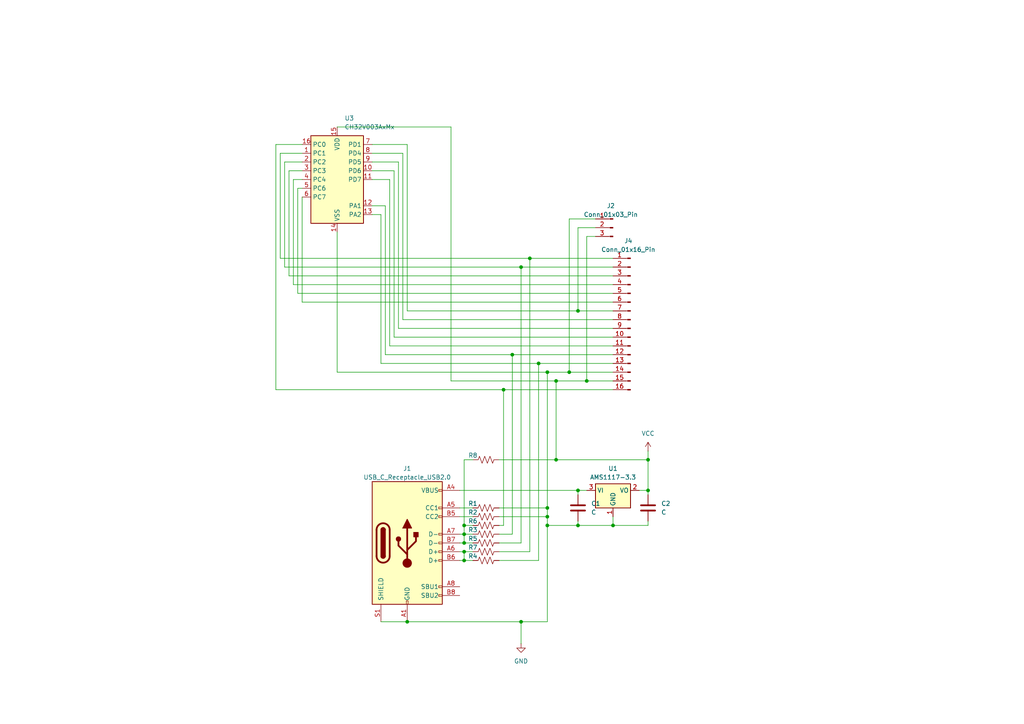
<source format=kicad_sch>
(kicad_sch
	(version 20250114)
	(generator "eeschema")
	(generator_version "9.0")
	(uuid "9b7a82da-0758-41ab-81f5-8a62c3b61b1b")
	(paper "A4")
	(lib_symbols
		(symbol "Connector:Conn_01x03_Pin"
			(pin_names
				(offset 1.016)
				(hide yes)
			)
			(exclude_from_sim no)
			(in_bom yes)
			(on_board yes)
			(property "Reference" "J"
				(at 0 5.08 0)
				(effects
					(font
						(size 1.27 1.27)
					)
				)
			)
			(property "Value" "Conn_01x03_Pin"
				(at 0 -5.08 0)
				(effects
					(font
						(size 1.27 1.27)
					)
				)
			)
			(property "Footprint" ""
				(at 0 0 0)
				(effects
					(font
						(size 1.27 1.27)
					)
					(hide yes)
				)
			)
			(property "Datasheet" "~"
				(at 0 0 0)
				(effects
					(font
						(size 1.27 1.27)
					)
					(hide yes)
				)
			)
			(property "Description" "Generic connector, single row, 01x03, script generated"
				(at 0 0 0)
				(effects
					(font
						(size 1.27 1.27)
					)
					(hide yes)
				)
			)
			(property "ki_locked" ""
				(at 0 0 0)
				(effects
					(font
						(size 1.27 1.27)
					)
				)
			)
			(property "ki_keywords" "connector"
				(at 0 0 0)
				(effects
					(font
						(size 1.27 1.27)
					)
					(hide yes)
				)
			)
			(property "ki_fp_filters" "Connector*:*_1x??_*"
				(at 0 0 0)
				(effects
					(font
						(size 1.27 1.27)
					)
					(hide yes)
				)
			)
			(symbol "Conn_01x03_Pin_1_1"
				(rectangle
					(start 0.8636 2.667)
					(end 0 2.413)
					(stroke
						(width 0.1524)
						(type default)
					)
					(fill
						(type outline)
					)
				)
				(rectangle
					(start 0.8636 0.127)
					(end 0 -0.127)
					(stroke
						(width 0.1524)
						(type default)
					)
					(fill
						(type outline)
					)
				)
				(rectangle
					(start 0.8636 -2.413)
					(end 0 -2.667)
					(stroke
						(width 0.1524)
						(type default)
					)
					(fill
						(type outline)
					)
				)
				(polyline
					(pts
						(xy 1.27 2.54) (xy 0.8636 2.54)
					)
					(stroke
						(width 0.1524)
						(type default)
					)
					(fill
						(type none)
					)
				)
				(polyline
					(pts
						(xy 1.27 0) (xy 0.8636 0)
					)
					(stroke
						(width 0.1524)
						(type default)
					)
					(fill
						(type none)
					)
				)
				(polyline
					(pts
						(xy 1.27 -2.54) (xy 0.8636 -2.54)
					)
					(stroke
						(width 0.1524)
						(type default)
					)
					(fill
						(type none)
					)
				)
				(pin passive line
					(at 5.08 2.54 180)
					(length 3.81)
					(name "Pin_1"
						(effects
							(font
								(size 1.27 1.27)
							)
						)
					)
					(number "1"
						(effects
							(font
								(size 1.27 1.27)
							)
						)
					)
				)
				(pin passive line
					(at 5.08 0 180)
					(length 3.81)
					(name "Pin_2"
						(effects
							(font
								(size 1.27 1.27)
							)
						)
					)
					(number "2"
						(effects
							(font
								(size 1.27 1.27)
							)
						)
					)
				)
				(pin passive line
					(at 5.08 -2.54 180)
					(length 3.81)
					(name "Pin_3"
						(effects
							(font
								(size 1.27 1.27)
							)
						)
					)
					(number "3"
						(effects
							(font
								(size 1.27 1.27)
							)
						)
					)
				)
			)
			(embedded_fonts no)
		)
		(symbol "Connector:Conn_01x16_Pin"
			(pin_names
				(offset 1.016)
				(hide yes)
			)
			(exclude_from_sim no)
			(in_bom yes)
			(on_board yes)
			(property "Reference" "J"
				(at 0 20.32 0)
				(effects
					(font
						(size 1.27 1.27)
					)
				)
			)
			(property "Value" "Conn_01x16_Pin"
				(at 0 -22.86 0)
				(effects
					(font
						(size 1.27 1.27)
					)
				)
			)
			(property "Footprint" ""
				(at 0 0 0)
				(effects
					(font
						(size 1.27 1.27)
					)
					(hide yes)
				)
			)
			(property "Datasheet" "~"
				(at 0 0 0)
				(effects
					(font
						(size 1.27 1.27)
					)
					(hide yes)
				)
			)
			(property "Description" "Generic connector, single row, 01x16, script generated"
				(at 0 0 0)
				(effects
					(font
						(size 1.27 1.27)
					)
					(hide yes)
				)
			)
			(property "ki_locked" ""
				(at 0 0 0)
				(effects
					(font
						(size 1.27 1.27)
					)
				)
			)
			(property "ki_keywords" "connector"
				(at 0 0 0)
				(effects
					(font
						(size 1.27 1.27)
					)
					(hide yes)
				)
			)
			(property "ki_fp_filters" "Connector*:*_1x??_*"
				(at 0 0 0)
				(effects
					(font
						(size 1.27 1.27)
					)
					(hide yes)
				)
			)
			(symbol "Conn_01x16_Pin_1_1"
				(rectangle
					(start 0.8636 17.907)
					(end 0 17.653)
					(stroke
						(width 0.1524)
						(type default)
					)
					(fill
						(type outline)
					)
				)
				(rectangle
					(start 0.8636 15.367)
					(end 0 15.113)
					(stroke
						(width 0.1524)
						(type default)
					)
					(fill
						(type outline)
					)
				)
				(rectangle
					(start 0.8636 12.827)
					(end 0 12.573)
					(stroke
						(width 0.1524)
						(type default)
					)
					(fill
						(type outline)
					)
				)
				(rectangle
					(start 0.8636 10.287)
					(end 0 10.033)
					(stroke
						(width 0.1524)
						(type default)
					)
					(fill
						(type outline)
					)
				)
				(rectangle
					(start 0.8636 7.747)
					(end 0 7.493)
					(stroke
						(width 0.1524)
						(type default)
					)
					(fill
						(type outline)
					)
				)
				(rectangle
					(start 0.8636 5.207)
					(end 0 4.953)
					(stroke
						(width 0.1524)
						(type default)
					)
					(fill
						(type outline)
					)
				)
				(rectangle
					(start 0.8636 2.667)
					(end 0 2.413)
					(stroke
						(width 0.1524)
						(type default)
					)
					(fill
						(type outline)
					)
				)
				(rectangle
					(start 0.8636 0.127)
					(end 0 -0.127)
					(stroke
						(width 0.1524)
						(type default)
					)
					(fill
						(type outline)
					)
				)
				(rectangle
					(start 0.8636 -2.413)
					(end 0 -2.667)
					(stroke
						(width 0.1524)
						(type default)
					)
					(fill
						(type outline)
					)
				)
				(rectangle
					(start 0.8636 -4.953)
					(end 0 -5.207)
					(stroke
						(width 0.1524)
						(type default)
					)
					(fill
						(type outline)
					)
				)
				(rectangle
					(start 0.8636 -7.493)
					(end 0 -7.747)
					(stroke
						(width 0.1524)
						(type default)
					)
					(fill
						(type outline)
					)
				)
				(rectangle
					(start 0.8636 -10.033)
					(end 0 -10.287)
					(stroke
						(width 0.1524)
						(type default)
					)
					(fill
						(type outline)
					)
				)
				(rectangle
					(start 0.8636 -12.573)
					(end 0 -12.827)
					(stroke
						(width 0.1524)
						(type default)
					)
					(fill
						(type outline)
					)
				)
				(rectangle
					(start 0.8636 -15.113)
					(end 0 -15.367)
					(stroke
						(width 0.1524)
						(type default)
					)
					(fill
						(type outline)
					)
				)
				(rectangle
					(start 0.8636 -17.653)
					(end 0 -17.907)
					(stroke
						(width 0.1524)
						(type default)
					)
					(fill
						(type outline)
					)
				)
				(rectangle
					(start 0.8636 -20.193)
					(end 0 -20.447)
					(stroke
						(width 0.1524)
						(type default)
					)
					(fill
						(type outline)
					)
				)
				(polyline
					(pts
						(xy 1.27 17.78) (xy 0.8636 17.78)
					)
					(stroke
						(width 0.1524)
						(type default)
					)
					(fill
						(type none)
					)
				)
				(polyline
					(pts
						(xy 1.27 15.24) (xy 0.8636 15.24)
					)
					(stroke
						(width 0.1524)
						(type default)
					)
					(fill
						(type none)
					)
				)
				(polyline
					(pts
						(xy 1.27 12.7) (xy 0.8636 12.7)
					)
					(stroke
						(width 0.1524)
						(type default)
					)
					(fill
						(type none)
					)
				)
				(polyline
					(pts
						(xy 1.27 10.16) (xy 0.8636 10.16)
					)
					(stroke
						(width 0.1524)
						(type default)
					)
					(fill
						(type none)
					)
				)
				(polyline
					(pts
						(xy 1.27 7.62) (xy 0.8636 7.62)
					)
					(stroke
						(width 0.1524)
						(type default)
					)
					(fill
						(type none)
					)
				)
				(polyline
					(pts
						(xy 1.27 5.08) (xy 0.8636 5.08)
					)
					(stroke
						(width 0.1524)
						(type default)
					)
					(fill
						(type none)
					)
				)
				(polyline
					(pts
						(xy 1.27 2.54) (xy 0.8636 2.54)
					)
					(stroke
						(width 0.1524)
						(type default)
					)
					(fill
						(type none)
					)
				)
				(polyline
					(pts
						(xy 1.27 0) (xy 0.8636 0)
					)
					(stroke
						(width 0.1524)
						(type default)
					)
					(fill
						(type none)
					)
				)
				(polyline
					(pts
						(xy 1.27 -2.54) (xy 0.8636 -2.54)
					)
					(stroke
						(width 0.1524)
						(type default)
					)
					(fill
						(type none)
					)
				)
				(polyline
					(pts
						(xy 1.27 -5.08) (xy 0.8636 -5.08)
					)
					(stroke
						(width 0.1524)
						(type default)
					)
					(fill
						(type none)
					)
				)
				(polyline
					(pts
						(xy 1.27 -7.62) (xy 0.8636 -7.62)
					)
					(stroke
						(width 0.1524)
						(type default)
					)
					(fill
						(type none)
					)
				)
				(polyline
					(pts
						(xy 1.27 -10.16) (xy 0.8636 -10.16)
					)
					(stroke
						(width 0.1524)
						(type default)
					)
					(fill
						(type none)
					)
				)
				(polyline
					(pts
						(xy 1.27 -12.7) (xy 0.8636 -12.7)
					)
					(stroke
						(width 0.1524)
						(type default)
					)
					(fill
						(type none)
					)
				)
				(polyline
					(pts
						(xy 1.27 -15.24) (xy 0.8636 -15.24)
					)
					(stroke
						(width 0.1524)
						(type default)
					)
					(fill
						(type none)
					)
				)
				(polyline
					(pts
						(xy 1.27 -17.78) (xy 0.8636 -17.78)
					)
					(stroke
						(width 0.1524)
						(type default)
					)
					(fill
						(type none)
					)
				)
				(polyline
					(pts
						(xy 1.27 -20.32) (xy 0.8636 -20.32)
					)
					(stroke
						(width 0.1524)
						(type default)
					)
					(fill
						(type none)
					)
				)
				(pin passive line
					(at 5.08 17.78 180)
					(length 3.81)
					(name "Pin_1"
						(effects
							(font
								(size 1.27 1.27)
							)
						)
					)
					(number "1"
						(effects
							(font
								(size 1.27 1.27)
							)
						)
					)
				)
				(pin passive line
					(at 5.08 15.24 180)
					(length 3.81)
					(name "Pin_2"
						(effects
							(font
								(size 1.27 1.27)
							)
						)
					)
					(number "2"
						(effects
							(font
								(size 1.27 1.27)
							)
						)
					)
				)
				(pin passive line
					(at 5.08 12.7 180)
					(length 3.81)
					(name "Pin_3"
						(effects
							(font
								(size 1.27 1.27)
							)
						)
					)
					(number "3"
						(effects
							(font
								(size 1.27 1.27)
							)
						)
					)
				)
				(pin passive line
					(at 5.08 10.16 180)
					(length 3.81)
					(name "Pin_4"
						(effects
							(font
								(size 1.27 1.27)
							)
						)
					)
					(number "4"
						(effects
							(font
								(size 1.27 1.27)
							)
						)
					)
				)
				(pin passive line
					(at 5.08 7.62 180)
					(length 3.81)
					(name "Pin_5"
						(effects
							(font
								(size 1.27 1.27)
							)
						)
					)
					(number "5"
						(effects
							(font
								(size 1.27 1.27)
							)
						)
					)
				)
				(pin passive line
					(at 5.08 5.08 180)
					(length 3.81)
					(name "Pin_6"
						(effects
							(font
								(size 1.27 1.27)
							)
						)
					)
					(number "6"
						(effects
							(font
								(size 1.27 1.27)
							)
						)
					)
				)
				(pin passive line
					(at 5.08 2.54 180)
					(length 3.81)
					(name "Pin_7"
						(effects
							(font
								(size 1.27 1.27)
							)
						)
					)
					(number "7"
						(effects
							(font
								(size 1.27 1.27)
							)
						)
					)
				)
				(pin passive line
					(at 5.08 0 180)
					(length 3.81)
					(name "Pin_8"
						(effects
							(font
								(size 1.27 1.27)
							)
						)
					)
					(number "8"
						(effects
							(font
								(size 1.27 1.27)
							)
						)
					)
				)
				(pin passive line
					(at 5.08 -2.54 180)
					(length 3.81)
					(name "Pin_9"
						(effects
							(font
								(size 1.27 1.27)
							)
						)
					)
					(number "9"
						(effects
							(font
								(size 1.27 1.27)
							)
						)
					)
				)
				(pin passive line
					(at 5.08 -5.08 180)
					(length 3.81)
					(name "Pin_10"
						(effects
							(font
								(size 1.27 1.27)
							)
						)
					)
					(number "10"
						(effects
							(font
								(size 1.27 1.27)
							)
						)
					)
				)
				(pin passive line
					(at 5.08 -7.62 180)
					(length 3.81)
					(name "Pin_11"
						(effects
							(font
								(size 1.27 1.27)
							)
						)
					)
					(number "11"
						(effects
							(font
								(size 1.27 1.27)
							)
						)
					)
				)
				(pin passive line
					(at 5.08 -10.16 180)
					(length 3.81)
					(name "Pin_12"
						(effects
							(font
								(size 1.27 1.27)
							)
						)
					)
					(number "12"
						(effects
							(font
								(size 1.27 1.27)
							)
						)
					)
				)
				(pin passive line
					(at 5.08 -12.7 180)
					(length 3.81)
					(name "Pin_13"
						(effects
							(font
								(size 1.27 1.27)
							)
						)
					)
					(number "13"
						(effects
							(font
								(size 1.27 1.27)
							)
						)
					)
				)
				(pin passive line
					(at 5.08 -15.24 180)
					(length 3.81)
					(name "Pin_14"
						(effects
							(font
								(size 1.27 1.27)
							)
						)
					)
					(number "14"
						(effects
							(font
								(size 1.27 1.27)
							)
						)
					)
				)
				(pin passive line
					(at 5.08 -17.78 180)
					(length 3.81)
					(name "Pin_15"
						(effects
							(font
								(size 1.27 1.27)
							)
						)
					)
					(number "15"
						(effects
							(font
								(size 1.27 1.27)
							)
						)
					)
				)
				(pin passive line
					(at 5.08 -20.32 180)
					(length 3.81)
					(name "Pin_16"
						(effects
							(font
								(size 1.27 1.27)
							)
						)
					)
					(number "16"
						(effects
							(font
								(size 1.27 1.27)
							)
						)
					)
				)
			)
			(embedded_fonts no)
		)
		(symbol "Connector:USB_C_Receptacle_USB2.0"
			(pin_names
				(offset 1.016)
			)
			(exclude_from_sim no)
			(in_bom yes)
			(on_board yes)
			(property "Reference" "J"
				(at -10.16 19.05 0)
				(effects
					(font
						(size 1.27 1.27)
					)
					(justify left)
				)
			)
			(property "Value" "USB_C_Receptacle_USB2.0"
				(at 19.05 19.05 0)
				(effects
					(font
						(size 1.27 1.27)
					)
					(justify right)
				)
			)
			(property "Footprint" ""
				(at 3.81 0 0)
				(effects
					(font
						(size 1.27 1.27)
					)
					(hide yes)
				)
			)
			(property "Datasheet" "https://www.usb.org/sites/default/files/documents/usb_type-c.zip"
				(at 3.81 0 0)
				(effects
					(font
						(size 1.27 1.27)
					)
					(hide yes)
				)
			)
			(property "Description" "USB 2.0-only Type-C Receptacle connector"
				(at 0 0 0)
				(effects
					(font
						(size 1.27 1.27)
					)
					(hide yes)
				)
			)
			(property "ki_keywords" "usb universal serial bus type-C USB2.0"
				(at 0 0 0)
				(effects
					(font
						(size 1.27 1.27)
					)
					(hide yes)
				)
			)
			(property "ki_fp_filters" "USB*C*Receptacle*"
				(at 0 0 0)
				(effects
					(font
						(size 1.27 1.27)
					)
					(hide yes)
				)
			)
			(symbol "USB_C_Receptacle_USB2.0_0_0"
				(rectangle
					(start -0.254 -17.78)
					(end 0.254 -16.764)
					(stroke
						(width 0)
						(type default)
					)
					(fill
						(type none)
					)
				)
				(rectangle
					(start 10.16 15.494)
					(end 9.144 14.986)
					(stroke
						(width 0)
						(type default)
					)
					(fill
						(type none)
					)
				)
				(rectangle
					(start 10.16 10.414)
					(end 9.144 9.906)
					(stroke
						(width 0)
						(type default)
					)
					(fill
						(type none)
					)
				)
				(rectangle
					(start 10.16 7.874)
					(end 9.144 7.366)
					(stroke
						(width 0)
						(type default)
					)
					(fill
						(type none)
					)
				)
				(rectangle
					(start 10.16 2.794)
					(end 9.144 2.286)
					(stroke
						(width 0)
						(type default)
					)
					(fill
						(type none)
					)
				)
				(rectangle
					(start 10.16 0.254)
					(end 9.144 -0.254)
					(stroke
						(width 0)
						(type default)
					)
					(fill
						(type none)
					)
				)
				(rectangle
					(start 10.16 -2.286)
					(end 9.144 -2.794)
					(stroke
						(width 0)
						(type default)
					)
					(fill
						(type none)
					)
				)
				(rectangle
					(start 10.16 -4.826)
					(end 9.144 -5.334)
					(stroke
						(width 0)
						(type default)
					)
					(fill
						(type none)
					)
				)
				(rectangle
					(start 10.16 -12.446)
					(end 9.144 -12.954)
					(stroke
						(width 0)
						(type default)
					)
					(fill
						(type none)
					)
				)
				(rectangle
					(start 10.16 -14.986)
					(end 9.144 -15.494)
					(stroke
						(width 0)
						(type default)
					)
					(fill
						(type none)
					)
				)
			)
			(symbol "USB_C_Receptacle_USB2.0_0_1"
				(rectangle
					(start -10.16 17.78)
					(end 10.16 -17.78)
					(stroke
						(width 0.254)
						(type default)
					)
					(fill
						(type background)
					)
				)
				(polyline
					(pts
						(xy -8.89 -3.81) (xy -8.89 3.81)
					)
					(stroke
						(width 0.508)
						(type default)
					)
					(fill
						(type none)
					)
				)
				(rectangle
					(start -7.62 -3.81)
					(end -6.35 3.81)
					(stroke
						(width 0.254)
						(type default)
					)
					(fill
						(type outline)
					)
				)
				(arc
					(start -7.62 3.81)
					(mid -6.985 4.4423)
					(end -6.35 3.81)
					(stroke
						(width 0.254)
						(type default)
					)
					(fill
						(type none)
					)
				)
				(arc
					(start -7.62 3.81)
					(mid -6.985 4.4423)
					(end -6.35 3.81)
					(stroke
						(width 0.254)
						(type default)
					)
					(fill
						(type outline)
					)
				)
				(arc
					(start -8.89 3.81)
					(mid -6.985 5.7067)
					(end -5.08 3.81)
					(stroke
						(width 0.508)
						(type default)
					)
					(fill
						(type none)
					)
				)
				(arc
					(start -5.08 -3.81)
					(mid -6.985 -5.7067)
					(end -8.89 -3.81)
					(stroke
						(width 0.508)
						(type default)
					)
					(fill
						(type none)
					)
				)
				(arc
					(start -6.35 -3.81)
					(mid -6.985 -4.4423)
					(end -7.62 -3.81)
					(stroke
						(width 0.254)
						(type default)
					)
					(fill
						(type none)
					)
				)
				(arc
					(start -6.35 -3.81)
					(mid -6.985 -4.4423)
					(end -7.62 -3.81)
					(stroke
						(width 0.254)
						(type default)
					)
					(fill
						(type outline)
					)
				)
				(polyline
					(pts
						(xy -5.08 3.81) (xy -5.08 -3.81)
					)
					(stroke
						(width 0.508)
						(type default)
					)
					(fill
						(type none)
					)
				)
				(circle
					(center -2.54 1.143)
					(radius 0.635)
					(stroke
						(width 0.254)
						(type default)
					)
					(fill
						(type outline)
					)
				)
				(polyline
					(pts
						(xy -1.27 4.318) (xy 0 6.858) (xy 1.27 4.318) (xy -1.27 4.318)
					)
					(stroke
						(width 0.254)
						(type default)
					)
					(fill
						(type outline)
					)
				)
				(polyline
					(pts
						(xy 0 -2.032) (xy 2.54 0.508) (xy 2.54 1.778)
					)
					(stroke
						(width 0.508)
						(type default)
					)
					(fill
						(type none)
					)
				)
				(polyline
					(pts
						(xy 0 -3.302) (xy -2.54 -0.762) (xy -2.54 0.508)
					)
					(stroke
						(width 0.508)
						(type default)
					)
					(fill
						(type none)
					)
				)
				(polyline
					(pts
						(xy 0 -5.842) (xy 0 4.318)
					)
					(stroke
						(width 0.508)
						(type default)
					)
					(fill
						(type none)
					)
				)
				(circle
					(center 0 -5.842)
					(radius 1.27)
					(stroke
						(width 0)
						(type default)
					)
					(fill
						(type outline)
					)
				)
				(rectangle
					(start 1.905 1.778)
					(end 3.175 3.048)
					(stroke
						(width 0.254)
						(type default)
					)
					(fill
						(type outline)
					)
				)
			)
			(symbol "USB_C_Receptacle_USB2.0_1_1"
				(pin passive line
					(at -7.62 -22.86 90)
					(length 5.08)
					(name "SHIELD"
						(effects
							(font
								(size 1.27 1.27)
							)
						)
					)
					(number "S1"
						(effects
							(font
								(size 1.27 1.27)
							)
						)
					)
				)
				(pin passive line
					(at 0 -22.86 90)
					(length 5.08)
					(name "GND"
						(effects
							(font
								(size 1.27 1.27)
							)
						)
					)
					(number "A1"
						(effects
							(font
								(size 1.27 1.27)
							)
						)
					)
				)
				(pin passive line
					(at 0 -22.86 90)
					(length 5.08)
					(hide yes)
					(name "GND"
						(effects
							(font
								(size 1.27 1.27)
							)
						)
					)
					(number "A12"
						(effects
							(font
								(size 1.27 1.27)
							)
						)
					)
				)
				(pin passive line
					(at 0 -22.86 90)
					(length 5.08)
					(hide yes)
					(name "GND"
						(effects
							(font
								(size 1.27 1.27)
							)
						)
					)
					(number "B1"
						(effects
							(font
								(size 1.27 1.27)
							)
						)
					)
				)
				(pin passive line
					(at 0 -22.86 90)
					(length 5.08)
					(hide yes)
					(name "GND"
						(effects
							(font
								(size 1.27 1.27)
							)
						)
					)
					(number "B12"
						(effects
							(font
								(size 1.27 1.27)
							)
						)
					)
				)
				(pin passive line
					(at 15.24 15.24 180)
					(length 5.08)
					(name "VBUS"
						(effects
							(font
								(size 1.27 1.27)
							)
						)
					)
					(number "A4"
						(effects
							(font
								(size 1.27 1.27)
							)
						)
					)
				)
				(pin passive line
					(at 15.24 15.24 180)
					(length 5.08)
					(hide yes)
					(name "VBUS"
						(effects
							(font
								(size 1.27 1.27)
							)
						)
					)
					(number "A9"
						(effects
							(font
								(size 1.27 1.27)
							)
						)
					)
				)
				(pin passive line
					(at 15.24 15.24 180)
					(length 5.08)
					(hide yes)
					(name "VBUS"
						(effects
							(font
								(size 1.27 1.27)
							)
						)
					)
					(number "B4"
						(effects
							(font
								(size 1.27 1.27)
							)
						)
					)
				)
				(pin passive line
					(at 15.24 15.24 180)
					(length 5.08)
					(hide yes)
					(name "VBUS"
						(effects
							(font
								(size 1.27 1.27)
							)
						)
					)
					(number "B9"
						(effects
							(font
								(size 1.27 1.27)
							)
						)
					)
				)
				(pin bidirectional line
					(at 15.24 10.16 180)
					(length 5.08)
					(name "CC1"
						(effects
							(font
								(size 1.27 1.27)
							)
						)
					)
					(number "A5"
						(effects
							(font
								(size 1.27 1.27)
							)
						)
					)
				)
				(pin bidirectional line
					(at 15.24 7.62 180)
					(length 5.08)
					(name "CC2"
						(effects
							(font
								(size 1.27 1.27)
							)
						)
					)
					(number "B5"
						(effects
							(font
								(size 1.27 1.27)
							)
						)
					)
				)
				(pin bidirectional line
					(at 15.24 2.54 180)
					(length 5.08)
					(name "D-"
						(effects
							(font
								(size 1.27 1.27)
							)
						)
					)
					(number "A7"
						(effects
							(font
								(size 1.27 1.27)
							)
						)
					)
				)
				(pin bidirectional line
					(at 15.24 0 180)
					(length 5.08)
					(name "D-"
						(effects
							(font
								(size 1.27 1.27)
							)
						)
					)
					(number "B7"
						(effects
							(font
								(size 1.27 1.27)
							)
						)
					)
				)
				(pin bidirectional line
					(at 15.24 -2.54 180)
					(length 5.08)
					(name "D+"
						(effects
							(font
								(size 1.27 1.27)
							)
						)
					)
					(number "A6"
						(effects
							(font
								(size 1.27 1.27)
							)
						)
					)
				)
				(pin bidirectional line
					(at 15.24 -5.08 180)
					(length 5.08)
					(name "D+"
						(effects
							(font
								(size 1.27 1.27)
							)
						)
					)
					(number "B6"
						(effects
							(font
								(size 1.27 1.27)
							)
						)
					)
				)
				(pin bidirectional line
					(at 15.24 -12.7 180)
					(length 5.08)
					(name "SBU1"
						(effects
							(font
								(size 1.27 1.27)
							)
						)
					)
					(number "A8"
						(effects
							(font
								(size 1.27 1.27)
							)
						)
					)
				)
				(pin bidirectional line
					(at 15.24 -15.24 180)
					(length 5.08)
					(name "SBU2"
						(effects
							(font
								(size 1.27 1.27)
							)
						)
					)
					(number "B8"
						(effects
							(font
								(size 1.27 1.27)
							)
						)
					)
				)
			)
			(embedded_fonts no)
		)
		(symbol "Device:C"
			(pin_numbers
				(hide yes)
			)
			(pin_names
				(offset 0.254)
			)
			(exclude_from_sim no)
			(in_bom yes)
			(on_board yes)
			(property "Reference" "C"
				(at 0.635 2.54 0)
				(effects
					(font
						(size 1.27 1.27)
					)
					(justify left)
				)
			)
			(property "Value" "C"
				(at 0.635 -2.54 0)
				(effects
					(font
						(size 1.27 1.27)
					)
					(justify left)
				)
			)
			(property "Footprint" ""
				(at 0.9652 -3.81 0)
				(effects
					(font
						(size 1.27 1.27)
					)
					(hide yes)
				)
			)
			(property "Datasheet" "~"
				(at 0 0 0)
				(effects
					(font
						(size 1.27 1.27)
					)
					(hide yes)
				)
			)
			(property "Description" "Unpolarized capacitor"
				(at 0 0 0)
				(effects
					(font
						(size 1.27 1.27)
					)
					(hide yes)
				)
			)
			(property "ki_keywords" "cap capacitor"
				(at 0 0 0)
				(effects
					(font
						(size 1.27 1.27)
					)
					(hide yes)
				)
			)
			(property "ki_fp_filters" "C_*"
				(at 0 0 0)
				(effects
					(font
						(size 1.27 1.27)
					)
					(hide yes)
				)
			)
			(symbol "C_0_1"
				(polyline
					(pts
						(xy -2.032 0.762) (xy 2.032 0.762)
					)
					(stroke
						(width 0.508)
						(type default)
					)
					(fill
						(type none)
					)
				)
				(polyline
					(pts
						(xy -2.032 -0.762) (xy 2.032 -0.762)
					)
					(stroke
						(width 0.508)
						(type default)
					)
					(fill
						(type none)
					)
				)
			)
			(symbol "C_1_1"
				(pin passive line
					(at 0 3.81 270)
					(length 2.794)
					(name "~"
						(effects
							(font
								(size 1.27 1.27)
							)
						)
					)
					(number "1"
						(effects
							(font
								(size 1.27 1.27)
							)
						)
					)
				)
				(pin passive line
					(at 0 -3.81 90)
					(length 2.794)
					(name "~"
						(effects
							(font
								(size 1.27 1.27)
							)
						)
					)
					(number "2"
						(effects
							(font
								(size 1.27 1.27)
							)
						)
					)
				)
			)
			(embedded_fonts no)
		)
		(symbol "Device:R_US"
			(pin_numbers
				(hide yes)
			)
			(pin_names
				(offset 0)
			)
			(exclude_from_sim no)
			(in_bom yes)
			(on_board yes)
			(property "Reference" "R"
				(at 2.54 0 90)
				(effects
					(font
						(size 1.27 1.27)
					)
				)
			)
			(property "Value" "R_US"
				(at -2.54 0 90)
				(effects
					(font
						(size 1.27 1.27)
					)
				)
			)
			(property "Footprint" ""
				(at 1.016 -0.254 90)
				(effects
					(font
						(size 1.27 1.27)
					)
					(hide yes)
				)
			)
			(property "Datasheet" "~"
				(at 0 0 0)
				(effects
					(font
						(size 1.27 1.27)
					)
					(hide yes)
				)
			)
			(property "Description" "Resistor, US symbol"
				(at 0 0 0)
				(effects
					(font
						(size 1.27 1.27)
					)
					(hide yes)
				)
			)
			(property "ki_keywords" "R res resistor"
				(at 0 0 0)
				(effects
					(font
						(size 1.27 1.27)
					)
					(hide yes)
				)
			)
			(property "ki_fp_filters" "R_*"
				(at 0 0 0)
				(effects
					(font
						(size 1.27 1.27)
					)
					(hide yes)
				)
			)
			(symbol "R_US_0_1"
				(polyline
					(pts
						(xy 0 2.286) (xy 0 2.54)
					)
					(stroke
						(width 0)
						(type default)
					)
					(fill
						(type none)
					)
				)
				(polyline
					(pts
						(xy 0 2.286) (xy 1.016 1.905) (xy 0 1.524) (xy -1.016 1.143) (xy 0 0.762)
					)
					(stroke
						(width 0)
						(type default)
					)
					(fill
						(type none)
					)
				)
				(polyline
					(pts
						(xy 0 0.762) (xy 1.016 0.381) (xy 0 0) (xy -1.016 -0.381) (xy 0 -0.762)
					)
					(stroke
						(width 0)
						(type default)
					)
					(fill
						(type none)
					)
				)
				(polyline
					(pts
						(xy 0 -0.762) (xy 1.016 -1.143) (xy 0 -1.524) (xy -1.016 -1.905) (xy 0 -2.286)
					)
					(stroke
						(width 0)
						(type default)
					)
					(fill
						(type none)
					)
				)
				(polyline
					(pts
						(xy 0 -2.286) (xy 0 -2.54)
					)
					(stroke
						(width 0)
						(type default)
					)
					(fill
						(type none)
					)
				)
			)
			(symbol "R_US_1_1"
				(pin passive line
					(at 0 3.81 270)
					(length 1.27)
					(name "~"
						(effects
							(font
								(size 1.27 1.27)
							)
						)
					)
					(number "1"
						(effects
							(font
								(size 1.27 1.27)
							)
						)
					)
				)
				(pin passive line
					(at 0 -3.81 90)
					(length 1.27)
					(name "~"
						(effects
							(font
								(size 1.27 1.27)
							)
						)
					)
					(number "2"
						(effects
							(font
								(size 1.27 1.27)
							)
						)
					)
				)
			)
			(embedded_fonts no)
		)
		(symbol "MCU_WCH_CH32V0:CH32V003AxMx"
			(exclude_from_sim no)
			(in_bom yes)
			(on_board yes)
			(property "Reference" "U"
				(at -7.62 15.24 0)
				(effects
					(font
						(size 1.27 1.27)
					)
				)
			)
			(property "Value" "CH32V003AxMx"
				(at 7.62 15.24 0)
				(effects
					(font
						(size 1.27 1.27)
					)
				)
			)
			(property "Footprint" "Package_SO:SOP-16_3.9x9.9mm_P1.27mm"
				(at -2.54 0 0)
				(effects
					(font
						(size 1.27 1.27)
					)
					(hide yes)
				)
			)
			(property "Datasheet" "https://www.wch-ic.com/products/CH32V003.html"
				(at -2.54 0 0)
				(effects
					(font
						(size 1.27 1.27)
					)
					(hide yes)
				)
			)
			(property "Description" "CH32V003 series are industrial-grade general-purpose microcontrollers designed based on 32-bit RISC-V instruction set and architecture. It adopts QingKe V2A core, RV32EC instruction set, and supports 2 levels of interrupt nesting. The series are mounted with rich peripheral interfaces and function modules. Its internal organizational structure meets the low-cost and low-power embedded application scenarios."
				(at 0 0 0)
				(effects
					(font
						(size 1.27 1.27)
					)
					(hide yes)
				)
			)
			(property "ki_keywords" "RISC-V WCH MCU microcontroller"
				(at 0 0 0)
				(effects
					(font
						(size 1.27 1.27)
					)
					(hide yes)
				)
			)
			(property "ki_fp_filters" "SOP*3.9x9.9mm*P1.27mm*"
				(at 0 0 0)
				(effects
					(font
						(size 1.27 1.27)
					)
					(hide yes)
				)
			)
			(symbol "CH32V003AxMx_1_1"
				(rectangle
					(start -7.62 12.7)
					(end 7.62 -12.7)
					(stroke
						(width 0.254)
						(type default)
					)
					(fill
						(type background)
					)
				)
				(pin bidirectional line
					(at -10.16 10.16 0)
					(length 2.54)
					(name "PC0"
						(effects
							(font
								(size 1.27 1.27)
							)
						)
					)
					(number "16"
						(effects
							(font
								(size 1.27 1.27)
							)
						)
					)
					(alternate "NSS_1" bidirectional line)
					(alternate "T1CH3_1" bidirectional line)
					(alternate "T2CH3" bidirectional line)
					(alternate "T2CH3_2" bidirectional line)
					(alternate "UTX_3" bidirectional line)
				)
				(pin bidirectional line
					(at -10.16 7.62 0)
					(length 2.54)
					(name "PC1"
						(effects
							(font
								(size 1.27 1.27)
							)
						)
					)
					(number "1"
						(effects
							(font
								(size 1.27 1.27)
							)
						)
					)
					(alternate "NSS" bidirectional line)
					(alternate "SDA" bidirectional line)
					(alternate "T1BKIN_1" bidirectional line)
					(alternate "T1BKIN_3" bidirectional line)
					(alternate "T2CH1ETR_2" bidirectional line)
					(alternate "T2CH1ETR_3" bidirectional line)
					(alternate "T2CH4_1" bidirectional line)
					(alternate "URX_3" bidirectional line)
				)
				(pin bidirectional line
					(at -10.16 5.08 0)
					(length 2.54)
					(name "PC2"
						(effects
							(font
								(size 1.27 1.27)
							)
						)
					)
					(number "2"
						(effects
							(font
								(size 1.27 1.27)
							)
						)
					)
					(alternate "AETR_1" bidirectional line)
					(alternate "SCL" bidirectional line)
					(alternate "T1BKIN" bidirectional line)
					(alternate "T1BKIN_2" bidirectional line)
					(alternate "T1ETR_3" bidirectional line)
					(alternate "T2CH2_1" bidirectional line)
					(alternate "URTS" bidirectional line)
					(alternate "URTS_1" bidirectional line)
				)
				(pin bidirectional line
					(at -10.16 2.54 0)
					(length 2.54)
					(name "PC3"
						(effects
							(font
								(size 1.27 1.27)
							)
						)
					)
					(number "3"
						(effects
							(font
								(size 1.27 1.27)
							)
						)
					)
					(alternate "T1CH1N_1" bidirectional line)
					(alternate "T1CH1N_3" bidirectional line)
					(alternate "T1CH3" bidirectional line)
					(alternate "T1CH3_2" bidirectional line)
					(alternate "UCTS_1" bidirectional line)
				)
				(pin bidirectional line
					(at -10.16 0 0)
					(length 2.54)
					(name "PC4"
						(effects
							(font
								(size 1.27 1.27)
							)
						)
					)
					(number "4"
						(effects
							(font
								(size 1.27 1.27)
							)
						)
					)
					(alternate "A2" bidirectional line)
					(alternate "MCO" bidirectional line)
					(alternate "T1CH1_3" bidirectional line)
					(alternate "T1CH2N_1" bidirectional line)
					(alternate "T1CH4" bidirectional line)
					(alternate "T1CH4_2" bidirectional line)
				)
				(pin bidirectional line
					(at -10.16 -2.54 0)
					(length 2.54)
					(name "PC6"
						(effects
							(font
								(size 1.27 1.27)
							)
						)
					)
					(number "5"
						(effects
							(font
								(size 1.27 1.27)
							)
						)
					)
					(alternate "MOSI" bidirectional line)
					(alternate "MOSI_1" bidirectional line)
					(alternate "SDA_2" bidirectional line)
					(alternate "SDA_3" bidirectional line)
					(alternate "T1CH1_1" bidirectional line)
					(alternate "T1CH3N_3" bidirectional line)
					(alternate "UCTS_2" bidirectional line)
					(alternate "UCTS_3" bidirectional line)
				)
				(pin bidirectional line
					(at -10.16 -5.08 0)
					(length 2.54)
					(name "PC7"
						(effects
							(font
								(size 1.27 1.27)
							)
						)
					)
					(number "6"
						(effects
							(font
								(size 1.27 1.27)
							)
						)
					)
					(alternate "MISO" bidirectional line)
					(alternate "MISO_1" bidirectional line)
					(alternate "T1CH2_1" bidirectional line)
					(alternate "T1CH2_3" bidirectional line)
					(alternate "T2CH2_3" bidirectional line)
					(alternate "URTS_2" bidirectional line)
					(alternate "URTS_3" bidirectional line)
				)
				(pin power_in line
					(at 0 15.24 270)
					(length 2.54)
					(name "VDD"
						(effects
							(font
								(size 1.27 1.27)
							)
						)
					)
					(number "15"
						(effects
							(font
								(size 1.27 1.27)
							)
						)
					)
				)
				(pin power_in line
					(at 0 -15.24 90)
					(length 2.54)
					(name "VSS"
						(effects
							(font
								(size 1.27 1.27)
							)
						)
					)
					(number "14"
						(effects
							(font
								(size 1.27 1.27)
							)
						)
					)
				)
				(pin bidirectional line
					(at 10.16 10.16 180)
					(length 2.54)
					(name "PD1"
						(effects
							(font
								(size 1.27 1.27)
							)
						)
					)
					(number "7"
						(effects
							(font
								(size 1.27 1.27)
							)
						)
					)
					(alternate "AETR2" bidirectional line)
					(alternate "SCL_1" bidirectional line)
					(alternate "SWIO" bidirectional line)
					(alternate "T1CH3N" bidirectional line)
					(alternate "T1CH3N_1" bidirectional line)
					(alternate "T1CH3N_2" bidirectional line)
					(alternate "URX_1" bidirectional line)
				)
				(pin bidirectional line
					(at 10.16 7.62 180)
					(length 2.54)
					(name "PD4"
						(effects
							(font
								(size 1.27 1.27)
							)
						)
					)
					(number "8"
						(effects
							(font
								(size 1.27 1.27)
							)
						)
					)
					(alternate "A7" bidirectional line)
					(alternate "OPO" bidirectional line)
					(alternate "T1CH4_3" bidirectional line)
					(alternate "T2CH1ETR" bidirectional line)
					(alternate "TIETR_2" bidirectional line)
					(alternate "UCK" bidirectional line)
				)
				(pin bidirectional line
					(at 10.16 5.08 180)
					(length 2.54)
					(name "PD5"
						(effects
							(font
								(size 1.27 1.27)
							)
						)
					)
					(number "9"
						(effects
							(font
								(size 1.27 1.27)
							)
						)
					)
					(alternate "A5" bidirectional line)
					(alternate "T2CH4_3" bidirectional line)
					(alternate "URX_2" bidirectional line)
					(alternate "UTX" bidirectional line)
				)
				(pin bidirectional line
					(at 10.16 2.54 180)
					(length 2.54)
					(name "PD6"
						(effects
							(font
								(size 1.27 1.27)
							)
						)
					)
					(number "10"
						(effects
							(font
								(size 1.27 1.27)
							)
						)
					)
					(alternate "A6" bidirectional line)
					(alternate "T2CH3_3" bidirectional line)
					(alternate "URX" bidirectional line)
					(alternate "UTX_2" bidirectional line)
				)
				(pin bidirectional line
					(at 10.16 0 180)
					(length 2.54)
					(name "PD7"
						(effects
							(font
								(size 1.27 1.27)
							)
						)
					)
					(number "11"
						(effects
							(font
								(size 1.27 1.27)
							)
						)
					)
					(alternate "NRST" bidirectional line)
					(alternate "OPP1" bidirectional line)
					(alternate "T2CH4" bidirectional line)
					(alternate "T2CH4_2" bidirectional line)
					(alternate "UCK_1" bidirectional line)
					(alternate "UCK_2" bidirectional line)
				)
				(pin bidirectional line
					(at 10.16 -7.62 180)
					(length 2.54)
					(name "PA1"
						(effects
							(font
								(size 1.27 1.27)
							)
						)
					)
					(number "12"
						(effects
							(font
								(size 1.27 1.27)
							)
						)
					)
					(alternate "A1" bidirectional line)
					(alternate "OPN0" bidirectional line)
					(alternate "OSCI" bidirectional line)
					(alternate "T1CH2" bidirectional line)
					(alternate "T1CH2_2" bidirectional line)
				)
				(pin bidirectional line
					(at 10.16 -10.16 180)
					(length 2.54)
					(name "PA2"
						(effects
							(font
								(size 1.27 1.27)
							)
						)
					)
					(number "13"
						(effects
							(font
								(size 1.27 1.27)
							)
						)
					)
					(alternate "A0" bidirectional line)
					(alternate "AETR2_1" bidirectional line)
					(alternate "OPP0" bidirectional line)
					(alternate "OSCO" bidirectional line)
					(alternate "TICH2N" bidirectional line)
					(alternate "TICH2N_2" bidirectional line)
				)
			)
			(embedded_fonts no)
		)
		(symbol "Regulator_Linear:AMS1117-3.3"
			(exclude_from_sim no)
			(in_bom yes)
			(on_board yes)
			(property "Reference" "U"
				(at -3.81 3.175 0)
				(effects
					(font
						(size 1.27 1.27)
					)
				)
			)
			(property "Value" "AMS1117-3.3"
				(at 0 3.175 0)
				(effects
					(font
						(size 1.27 1.27)
					)
					(justify left)
				)
			)
			(property "Footprint" "Package_TO_SOT_SMD:SOT-223-3_TabPin2"
				(at 0 5.08 0)
				(effects
					(font
						(size 1.27 1.27)
					)
					(hide yes)
				)
			)
			(property "Datasheet" "http://www.advanced-monolithic.com/pdf/ds1117.pdf"
				(at 2.54 -6.35 0)
				(effects
					(font
						(size 1.27 1.27)
					)
					(hide yes)
				)
			)
			(property "Description" "1A Low Dropout regulator, positive, 3.3V fixed output, SOT-223"
				(at 0 0 0)
				(effects
					(font
						(size 1.27 1.27)
					)
					(hide yes)
				)
			)
			(property "ki_keywords" "linear regulator ldo fixed positive"
				(at 0 0 0)
				(effects
					(font
						(size 1.27 1.27)
					)
					(hide yes)
				)
			)
			(property "ki_fp_filters" "SOT?223*TabPin2*"
				(at 0 0 0)
				(effects
					(font
						(size 1.27 1.27)
					)
					(hide yes)
				)
			)
			(symbol "AMS1117-3.3_0_1"
				(rectangle
					(start -5.08 -5.08)
					(end 5.08 1.905)
					(stroke
						(width 0.254)
						(type default)
					)
					(fill
						(type background)
					)
				)
			)
			(symbol "AMS1117-3.3_1_1"
				(pin power_in line
					(at -7.62 0 0)
					(length 2.54)
					(name "VI"
						(effects
							(font
								(size 1.27 1.27)
							)
						)
					)
					(number "3"
						(effects
							(font
								(size 1.27 1.27)
							)
						)
					)
				)
				(pin power_in line
					(at 0 -7.62 90)
					(length 2.54)
					(name "GND"
						(effects
							(font
								(size 1.27 1.27)
							)
						)
					)
					(number "1"
						(effects
							(font
								(size 1.27 1.27)
							)
						)
					)
				)
				(pin power_out line
					(at 7.62 0 180)
					(length 2.54)
					(name "VO"
						(effects
							(font
								(size 1.27 1.27)
							)
						)
					)
					(number "2"
						(effects
							(font
								(size 1.27 1.27)
							)
						)
					)
				)
			)
			(embedded_fonts no)
		)
		(symbol "power:GND"
			(power)
			(pin_numbers
				(hide yes)
			)
			(pin_names
				(offset 0)
				(hide yes)
			)
			(exclude_from_sim no)
			(in_bom yes)
			(on_board yes)
			(property "Reference" "#PWR"
				(at 0 -6.35 0)
				(effects
					(font
						(size 1.27 1.27)
					)
					(hide yes)
				)
			)
			(property "Value" "GND"
				(at 0 -3.81 0)
				(effects
					(font
						(size 1.27 1.27)
					)
				)
			)
			(property "Footprint" ""
				(at 0 0 0)
				(effects
					(font
						(size 1.27 1.27)
					)
					(hide yes)
				)
			)
			(property "Datasheet" ""
				(at 0 0 0)
				(effects
					(font
						(size 1.27 1.27)
					)
					(hide yes)
				)
			)
			(property "Description" "Power symbol creates a global label with name \"GND\" , ground"
				(at 0 0 0)
				(effects
					(font
						(size 1.27 1.27)
					)
					(hide yes)
				)
			)
			(property "ki_keywords" "global power"
				(at 0 0 0)
				(effects
					(font
						(size 1.27 1.27)
					)
					(hide yes)
				)
			)
			(symbol "GND_0_1"
				(polyline
					(pts
						(xy 0 0) (xy 0 -1.27) (xy 1.27 -1.27) (xy 0 -2.54) (xy -1.27 -1.27) (xy 0 -1.27)
					)
					(stroke
						(width 0)
						(type default)
					)
					(fill
						(type none)
					)
				)
			)
			(symbol "GND_1_1"
				(pin power_in line
					(at 0 0 270)
					(length 0)
					(name "~"
						(effects
							(font
								(size 1.27 1.27)
							)
						)
					)
					(number "1"
						(effects
							(font
								(size 1.27 1.27)
							)
						)
					)
				)
			)
			(embedded_fonts no)
		)
		(symbol "power:VCC"
			(power)
			(pin_numbers
				(hide yes)
			)
			(pin_names
				(offset 0)
				(hide yes)
			)
			(exclude_from_sim no)
			(in_bom yes)
			(on_board yes)
			(property "Reference" "#PWR"
				(at 0 -3.81 0)
				(effects
					(font
						(size 1.27 1.27)
					)
					(hide yes)
				)
			)
			(property "Value" "VCC"
				(at 0 3.556 0)
				(effects
					(font
						(size 1.27 1.27)
					)
				)
			)
			(property "Footprint" ""
				(at 0 0 0)
				(effects
					(font
						(size 1.27 1.27)
					)
					(hide yes)
				)
			)
			(property "Datasheet" ""
				(at 0 0 0)
				(effects
					(font
						(size 1.27 1.27)
					)
					(hide yes)
				)
			)
			(property "Description" "Power symbol creates a global label with name \"VCC\""
				(at 0 0 0)
				(effects
					(font
						(size 1.27 1.27)
					)
					(hide yes)
				)
			)
			(property "ki_keywords" "global power"
				(at 0 0 0)
				(effects
					(font
						(size 1.27 1.27)
					)
					(hide yes)
				)
			)
			(symbol "VCC_0_1"
				(polyline
					(pts
						(xy -0.762 1.27) (xy 0 2.54)
					)
					(stroke
						(width 0)
						(type default)
					)
					(fill
						(type none)
					)
				)
				(polyline
					(pts
						(xy 0 2.54) (xy 0.762 1.27)
					)
					(stroke
						(width 0)
						(type default)
					)
					(fill
						(type none)
					)
				)
				(polyline
					(pts
						(xy 0 0) (xy 0 2.54)
					)
					(stroke
						(width 0)
						(type default)
					)
					(fill
						(type none)
					)
				)
			)
			(symbol "VCC_1_1"
				(pin power_in line
					(at 0 0 90)
					(length 0)
					(name "~"
						(effects
							(font
								(size 1.27 1.27)
							)
						)
					)
					(number "1"
						(effects
							(font
								(size 1.27 1.27)
							)
						)
					)
				)
			)
			(embedded_fonts no)
		)
	)
	(junction
		(at 151.13 77.47)
		(diameter 0)
		(color 0 0 0 0)
		(uuid "3fb3fc1e-d13c-477f-aa0d-ff8fbb146993")
	)
	(junction
		(at 170.18 110.49)
		(diameter 0)
		(color 0 0 0 0)
		(uuid "475d8b61-d51e-4453-8cc5-3e52104a117c")
	)
	(junction
		(at 134.62 157.48)
		(diameter 0)
		(color 0 0 0 0)
		(uuid "4aa55eb3-193a-430b-9d53-2c2dc393b070")
	)
	(junction
		(at 134.62 152.4)
		(diameter 0)
		(color 0 0 0 0)
		(uuid "53934612-f50b-433b-b02c-84e6d2dd5436")
	)
	(junction
		(at 148.59 102.87)
		(diameter 0)
		(color 0 0 0 0)
		(uuid "5bea0dea-fe44-42b4-a852-a268b4e47bbd")
	)
	(junction
		(at 161.29 133.35)
		(diameter 0)
		(color 0 0 0 0)
		(uuid "5dbb439f-3c4c-45e9-abd1-e42bb7b76f8e")
	)
	(junction
		(at 158.75 147.32)
		(diameter 0)
		(color 0 0 0 0)
		(uuid "69969b6b-a102-4c54-bcc2-f5e3352aa8e1")
	)
	(junction
		(at 134.62 154.94)
		(diameter 0)
		(color 0 0 0 0)
		(uuid "76ae9c68-e577-497b-8da8-1a22373c6131")
	)
	(junction
		(at 146.05 113.03)
		(diameter 0)
		(color 0 0 0 0)
		(uuid "76e0421b-5686-43c0-8ef0-2207203da963")
	)
	(junction
		(at 165.1 107.95)
		(diameter 0)
		(color 0 0 0 0)
		(uuid "817b0db0-1d64-4ed1-9838-409d5b4966bb")
	)
	(junction
		(at 167.64 142.24)
		(diameter 0)
		(color 0 0 0 0)
		(uuid "86479081-1426-421a-ae73-1e0ba9d56159")
	)
	(junction
		(at 158.75 152.4)
		(diameter 0)
		(color 0 0 0 0)
		(uuid "86be15b0-1e82-4415-a83e-e931be36b33e")
	)
	(junction
		(at 158.75 149.86)
		(diameter 0)
		(color 0 0 0 0)
		(uuid "913aa556-daaf-4802-b4d6-2342c7414dec")
	)
	(junction
		(at 187.96 142.24)
		(diameter 0)
		(color 0 0 0 0)
		(uuid "ab3c11cd-697d-44e5-9331-53740c22fded")
	)
	(junction
		(at 167.64 152.4)
		(diameter 0)
		(color 0 0 0 0)
		(uuid "b0f36ca8-4afb-402b-8cbd-98bb67430b65")
	)
	(junction
		(at 161.29 110.49)
		(diameter 0)
		(color 0 0 0 0)
		(uuid "b1fbe740-0f38-4cef-8e06-66f28e8877dc")
	)
	(junction
		(at 134.62 160.02)
		(diameter 0)
		(color 0 0 0 0)
		(uuid "bb5837a6-f394-40f2-a9c3-32b4aa470ca6")
	)
	(junction
		(at 177.8 152.4)
		(diameter 0)
		(color 0 0 0 0)
		(uuid "be830059-7b55-4e2d-8f42-1a808a589579")
	)
	(junction
		(at 134.62 162.56)
		(diameter 0)
		(color 0 0 0 0)
		(uuid "c3b777a1-956e-4ddd-96e6-6b19d3dcfd16")
	)
	(junction
		(at 167.64 90.17)
		(diameter 0)
		(color 0 0 0 0)
		(uuid "c3dc6a1b-cdbb-486b-9c3c-199ff3e3a4c2")
	)
	(junction
		(at 151.13 180.34)
		(diameter 0)
		(color 0 0 0 0)
		(uuid "cd401e6d-ed4c-4d7f-9061-5ce5cffcde53")
	)
	(junction
		(at 118.11 180.34)
		(diameter 0)
		(color 0 0 0 0)
		(uuid "d0e9aa0e-aa96-46ba-a30d-c4f6ef7fd1b9")
	)
	(junction
		(at 156.21 105.41)
		(diameter 0)
		(color 0 0 0 0)
		(uuid "d2b3b4ab-f3f0-4cab-aa9f-eb2d371aa1f4")
	)
	(junction
		(at 158.75 107.95)
		(diameter 0)
		(color 0 0 0 0)
		(uuid "d4348516-2a83-4bbc-a9b1-8443b5a240dd")
	)
	(junction
		(at 153.67 74.93)
		(diameter 0)
		(color 0 0 0 0)
		(uuid "ef92c531-b346-4892-9b3c-75d6b7f83fe4")
	)
	(junction
		(at 187.96 133.35)
		(diameter 0)
		(color 0 0 0 0)
		(uuid "f456343b-d725-405c-8c6d-1004881c880b")
	)
	(wire
		(pts
			(xy 130.81 36.83) (xy 130.81 110.49)
		)
		(stroke
			(width 0)
			(type default)
		)
		(uuid "0644360f-a742-4265-9fac-e887e63578c2")
	)
	(wire
		(pts
			(xy 144.78 147.32) (xy 158.75 147.32)
		)
		(stroke
			(width 0)
			(type default)
		)
		(uuid "0647fec3-6a3b-4e28-99d7-3bae5be03f30")
	)
	(wire
		(pts
			(xy 151.13 180.34) (xy 151.13 186.69)
		)
		(stroke
			(width 0)
			(type default)
		)
		(uuid "06520b3e-fb01-4c73-9682-8f02ecb8e6c2")
	)
	(wire
		(pts
			(xy 151.13 77.47) (xy 151.13 157.48)
		)
		(stroke
			(width 0)
			(type default)
		)
		(uuid "104e01ad-510e-420b-b73d-b10f5e46834a")
	)
	(wire
		(pts
			(xy 81.28 44.45) (xy 81.28 74.93)
		)
		(stroke
			(width 0)
			(type default)
		)
		(uuid "10b2fdba-23df-467c-90f0-ac53690d5bf9")
	)
	(wire
		(pts
			(xy 134.62 154.94) (xy 134.62 157.48)
		)
		(stroke
			(width 0)
			(type default)
		)
		(uuid "1164c29b-7ce1-401b-aa14-9874e63ffebb")
	)
	(wire
		(pts
			(xy 97.79 36.83) (xy 130.81 36.83)
		)
		(stroke
			(width 0)
			(type default)
		)
		(uuid "165438fc-e515-45e3-9ebd-5b1151dd51ce")
	)
	(wire
		(pts
			(xy 86.36 54.61) (xy 86.36 85.09)
		)
		(stroke
			(width 0)
			(type default)
		)
		(uuid "185289e2-b699-477a-8dc2-498858958f5d")
	)
	(wire
		(pts
			(xy 134.62 160.02) (xy 134.62 162.56)
		)
		(stroke
			(width 0)
			(type default)
		)
		(uuid "19524ac7-f003-4108-8a5e-6aa43215450e")
	)
	(wire
		(pts
			(xy 185.42 142.24) (xy 187.96 142.24)
		)
		(stroke
			(width 0)
			(type default)
		)
		(uuid "19a1f9c3-ccea-4c5e-bb9a-5cb16256ec8a")
	)
	(wire
		(pts
			(xy 80.01 113.03) (xy 146.05 113.03)
		)
		(stroke
			(width 0)
			(type default)
		)
		(uuid "1d78f394-0078-4829-8c35-c756933db4ad")
	)
	(wire
		(pts
			(xy 114.3 97.79) (xy 177.8 97.79)
		)
		(stroke
			(width 0)
			(type default)
		)
		(uuid "1eea8dea-7b4f-47af-a48e-75456a09638c")
	)
	(wire
		(pts
			(xy 153.67 74.93) (xy 153.67 160.02)
		)
		(stroke
			(width 0)
			(type default)
		)
		(uuid "1f623f9b-e977-478d-97b1-daf803912932")
	)
	(wire
		(pts
			(xy 87.63 41.91) (xy 80.01 41.91)
		)
		(stroke
			(width 0)
			(type default)
		)
		(uuid "20182592-35d2-495b-a5eb-c73086768195")
	)
	(wire
		(pts
			(xy 165.1 63.5) (xy 165.1 107.95)
		)
		(stroke
			(width 0)
			(type default)
		)
		(uuid "20f4a113-70a8-45be-9dfa-e15ffc736a6c")
	)
	(wire
		(pts
			(xy 161.29 110.49) (xy 170.18 110.49)
		)
		(stroke
			(width 0)
			(type default)
		)
		(uuid "23c59e20-c7de-466a-a9c5-90d4e1fbc2fd")
	)
	(wire
		(pts
			(xy 144.78 157.48) (xy 151.13 157.48)
		)
		(stroke
			(width 0)
			(type default)
		)
		(uuid "2430611a-6b19-4b8c-b7a4-26d7f478c2a8")
	)
	(wire
		(pts
			(xy 110.49 180.34) (xy 118.11 180.34)
		)
		(stroke
			(width 0)
			(type default)
		)
		(uuid "269e7ef2-8e09-4c78-8d86-b599be9b3eac")
	)
	(wire
		(pts
			(xy 151.13 77.47) (xy 177.8 77.47)
		)
		(stroke
			(width 0)
			(type default)
		)
		(uuid "276a15b5-dc67-4b8e-9fcd-582a0b62cb92")
	)
	(wire
		(pts
			(xy 118.11 180.34) (xy 151.13 180.34)
		)
		(stroke
			(width 0)
			(type default)
		)
		(uuid "27e26237-666d-4e57-847a-203df0e27773")
	)
	(wire
		(pts
			(xy 158.75 152.4) (xy 158.75 149.86)
		)
		(stroke
			(width 0)
			(type default)
		)
		(uuid "28900f73-9393-4dfa-8c12-b30793b75a81")
	)
	(wire
		(pts
			(xy 113.03 52.07) (xy 113.03 100.33)
		)
		(stroke
			(width 0)
			(type default)
		)
		(uuid "294cec44-4e08-4ff5-b118-0780f8a9a742")
	)
	(wire
		(pts
			(xy 116.84 44.45) (xy 116.84 92.71)
		)
		(stroke
			(width 0)
			(type default)
		)
		(uuid "29dc8815-7b92-43f9-8e1f-a608676081e1")
	)
	(wire
		(pts
			(xy 177.8 152.4) (xy 167.64 152.4)
		)
		(stroke
			(width 0)
			(type default)
		)
		(uuid "2be0f37a-5a7a-4c2b-aa11-df0935416cb2")
	)
	(wire
		(pts
			(xy 107.95 52.07) (xy 113.03 52.07)
		)
		(stroke
			(width 0)
			(type default)
		)
		(uuid "2e2e0396-af1d-4bae-b749-40f88ce2175b")
	)
	(wire
		(pts
			(xy 107.95 41.91) (xy 118.11 41.91)
		)
		(stroke
			(width 0)
			(type default)
		)
		(uuid "2fa20fc3-d710-4a6e-a253-18d69beee2c7")
	)
	(wire
		(pts
			(xy 134.62 157.48) (xy 137.16 157.48)
		)
		(stroke
			(width 0)
			(type default)
		)
		(uuid "311f215a-5c81-4e9d-ac01-abc83dc96f65")
	)
	(wire
		(pts
			(xy 158.75 107.95) (xy 158.75 147.32)
		)
		(stroke
			(width 0)
			(type default)
		)
		(uuid "3185de79-d1a5-445f-aa71-58ab5488ee4c")
	)
	(wire
		(pts
			(xy 86.36 85.09) (xy 177.8 85.09)
		)
		(stroke
			(width 0)
			(type default)
		)
		(uuid "32a995fe-19bd-4a7c-b1eb-c2e54c4bcc7e")
	)
	(wire
		(pts
			(xy 87.63 54.61) (xy 86.36 54.61)
		)
		(stroke
			(width 0)
			(type default)
		)
		(uuid "32f302f3-43b9-4faf-81a6-d1aa170d5e91")
	)
	(wire
		(pts
			(xy 146.05 113.03) (xy 177.8 113.03)
		)
		(stroke
			(width 0)
			(type default)
		)
		(uuid "37f7eccf-dd35-419f-8e9f-d1755bf2b18e")
	)
	(wire
		(pts
			(xy 148.59 102.87) (xy 148.59 154.94)
		)
		(stroke
			(width 0)
			(type default)
		)
		(uuid "39e5f99c-fdb4-41ee-9350-497d972f213c")
	)
	(wire
		(pts
			(xy 144.78 154.94) (xy 148.59 154.94)
		)
		(stroke
			(width 0)
			(type default)
		)
		(uuid "3bc66141-b981-4a3c-a242-581869307b06")
	)
	(wire
		(pts
			(xy 115.57 46.99) (xy 115.57 95.25)
		)
		(stroke
			(width 0)
			(type default)
		)
		(uuid "3d6de678-d7a0-411d-ab64-ea09b6e1846b")
	)
	(wire
		(pts
			(xy 144.78 133.35) (xy 161.29 133.35)
		)
		(stroke
			(width 0)
			(type default)
		)
		(uuid "3d9f0a61-cb4b-4f9f-90af-81e2ad112706")
	)
	(wire
		(pts
			(xy 83.82 49.53) (xy 83.82 80.01)
		)
		(stroke
			(width 0)
			(type default)
		)
		(uuid "415b1b3a-0f09-4b0e-8619-c2bdcd7e7141")
	)
	(wire
		(pts
			(xy 187.96 152.4) (xy 177.8 152.4)
		)
		(stroke
			(width 0)
			(type default)
		)
		(uuid "41dd3633-c083-4df3-b711-826e7711e547")
	)
	(wire
		(pts
			(xy 161.29 110.49) (xy 161.29 133.35)
		)
		(stroke
			(width 0)
			(type default)
		)
		(uuid "42e5c2e4-4b94-48c0-912a-e9029a4650ea")
	)
	(wire
		(pts
			(xy 158.75 152.4) (xy 158.75 180.34)
		)
		(stroke
			(width 0)
			(type default)
		)
		(uuid "447efcf5-a167-4f3f-84d3-a7ae2127b20a")
	)
	(wire
		(pts
			(xy 80.01 41.91) (xy 80.01 113.03)
		)
		(stroke
			(width 0)
			(type default)
		)
		(uuid "469b3ecf-4464-47ff-a2f4-cb861a6c511c")
	)
	(wire
		(pts
			(xy 167.64 90.17) (xy 177.8 90.17)
		)
		(stroke
			(width 0)
			(type default)
		)
		(uuid "4e3b96f8-10f1-4cfa-aee0-663e16ca08d9")
	)
	(wire
		(pts
			(xy 133.35 142.24) (xy 167.64 142.24)
		)
		(stroke
			(width 0)
			(type default)
		)
		(uuid "5276a93c-9313-4962-aae3-c9d76735b887")
	)
	(wire
		(pts
			(xy 187.96 130.81) (xy 187.96 133.35)
		)
		(stroke
			(width 0)
			(type default)
		)
		(uuid "5433771a-c394-46a0-9a26-5e7ffd4b39bf")
	)
	(wire
		(pts
			(xy 87.63 52.07) (xy 85.09 52.07)
		)
		(stroke
			(width 0)
			(type default)
		)
		(uuid "55688e2d-75e1-4a52-9f88-63ae0429f34c")
	)
	(wire
		(pts
			(xy 134.62 160.02) (xy 133.35 160.02)
		)
		(stroke
			(width 0)
			(type default)
		)
		(uuid "56e430c7-0146-49a5-9ecc-5415096acf80")
	)
	(wire
		(pts
			(xy 146.05 113.03) (xy 146.05 152.4)
		)
		(stroke
			(width 0)
			(type default)
		)
		(uuid "5c3830fe-e038-427c-86cf-4fd17f24ff8e")
	)
	(wire
		(pts
			(xy 151.13 180.34) (xy 158.75 180.34)
		)
		(stroke
			(width 0)
			(type default)
		)
		(uuid "60857437-ac38-403f-9668-2b93b43f0baf")
	)
	(wire
		(pts
			(xy 187.96 151.13) (xy 187.96 152.4)
		)
		(stroke
			(width 0)
			(type default)
		)
		(uuid "61035406-4ed8-43e8-b96a-ddf6f9174d63")
	)
	(wire
		(pts
			(xy 187.96 142.24) (xy 187.96 143.51)
		)
		(stroke
			(width 0)
			(type default)
		)
		(uuid "6184b9ef-474d-445a-adf2-c504f3481b7d")
	)
	(wire
		(pts
			(xy 170.18 110.49) (xy 177.8 110.49)
		)
		(stroke
			(width 0)
			(type default)
		)
		(uuid "64c7ebad-0983-43b6-8815-6fdfbc99d49a")
	)
	(wire
		(pts
			(xy 170.18 68.58) (xy 170.18 110.49)
		)
		(stroke
			(width 0)
			(type default)
		)
		(uuid "6668fe77-b2b4-4772-bb21-7aa81dd4fd34")
	)
	(wire
		(pts
			(xy 144.78 162.56) (xy 156.21 162.56)
		)
		(stroke
			(width 0)
			(type default)
		)
		(uuid "6cd08a8d-0feb-48f2-ab30-bec72ad97857")
	)
	(wire
		(pts
			(xy 172.72 66.04) (xy 167.64 66.04)
		)
		(stroke
			(width 0)
			(type default)
		)
		(uuid "6e03913f-b923-4942-b123-58b01c363350")
	)
	(wire
		(pts
			(xy 87.63 46.99) (xy 82.55 46.99)
		)
		(stroke
			(width 0)
			(type default)
		)
		(uuid "701f69e6-b57d-48d2-b0b1-322d7331f60d")
	)
	(wire
		(pts
			(xy 111.76 59.69) (xy 111.76 102.87)
		)
		(stroke
			(width 0)
			(type default)
		)
		(uuid "753dc2f1-6787-48b5-b71b-8dd35fe40e76")
	)
	(wire
		(pts
			(xy 116.84 92.71) (xy 177.8 92.71)
		)
		(stroke
			(width 0)
			(type default)
		)
		(uuid "7660c171-02c6-4658-ad76-2408733f0c00")
	)
	(wire
		(pts
			(xy 107.95 59.69) (xy 111.76 59.69)
		)
		(stroke
			(width 0)
			(type default)
		)
		(uuid "79a68eba-c19c-448f-b17b-a7221fae7728")
	)
	(wire
		(pts
			(xy 134.62 152.4) (xy 134.62 154.94)
		)
		(stroke
			(width 0)
			(type default)
		)
		(uuid "7a546ee1-f51b-49f0-b09f-08154ef3ec6b")
	)
	(wire
		(pts
			(xy 87.63 87.63) (xy 177.8 87.63)
		)
		(stroke
			(width 0)
			(type default)
		)
		(uuid "7ad78e19-e4db-4e67-a895-8cbad2e4cfb9")
	)
	(wire
		(pts
			(xy 107.95 46.99) (xy 115.57 46.99)
		)
		(stroke
			(width 0)
			(type default)
		)
		(uuid "7c658323-4486-4641-8c62-041718a05d35")
	)
	(wire
		(pts
			(xy 161.29 133.35) (xy 187.96 133.35)
		)
		(stroke
			(width 0)
			(type default)
		)
		(uuid "7cd52e8a-b114-44a5-9e36-02ad58190109")
	)
	(wire
		(pts
			(xy 97.79 67.31) (xy 97.79 107.95)
		)
		(stroke
			(width 0)
			(type default)
		)
		(uuid "8214cbb6-eaf2-4032-9124-fd6045a3cd7c")
	)
	(wire
		(pts
			(xy 134.62 162.56) (xy 133.35 162.56)
		)
		(stroke
			(width 0)
			(type default)
		)
		(uuid "83652d53-353b-4066-9982-1549d094fa04")
	)
	(wire
		(pts
			(xy 114.3 49.53) (xy 114.3 97.79)
		)
		(stroke
			(width 0)
			(type default)
		)
		(uuid "83d66961-30db-40c0-8f09-289ed3a8aed2")
	)
	(wire
		(pts
			(xy 172.72 63.5) (xy 165.1 63.5)
		)
		(stroke
			(width 0)
			(type default)
		)
		(uuid "8560f70b-965a-4104-9895-eaa57ae72895")
	)
	(wire
		(pts
			(xy 158.75 107.95) (xy 165.1 107.95)
		)
		(stroke
			(width 0)
			(type default)
		)
		(uuid "8621d889-b3c1-449f-80b4-a222d3c6da09")
	)
	(wire
		(pts
			(xy 85.09 52.07) (xy 85.09 82.55)
		)
		(stroke
			(width 0)
			(type default)
		)
		(uuid "8bb00381-d307-4643-818d-01c4b26ce546")
	)
	(wire
		(pts
			(xy 167.64 142.24) (xy 170.18 142.24)
		)
		(stroke
			(width 0)
			(type default)
		)
		(uuid "8c88b3fd-d595-45e6-a2f0-a5183eedda56")
	)
	(wire
		(pts
			(xy 177.8 149.86) (xy 177.8 152.4)
		)
		(stroke
			(width 0)
			(type default)
		)
		(uuid "8e6526f0-1525-443a-92c5-054e7793f688")
	)
	(wire
		(pts
			(xy 87.63 49.53) (xy 83.82 49.53)
		)
		(stroke
			(width 0)
			(type default)
		)
		(uuid "90cb37e3-ed5d-4178-8e87-024e3ac358d4")
	)
	(wire
		(pts
			(xy 165.1 107.95) (xy 177.8 107.95)
		)
		(stroke
			(width 0)
			(type default)
		)
		(uuid "94d6209d-4960-4be6-ab81-8161ed084c3c")
	)
	(wire
		(pts
			(xy 172.72 68.58) (xy 170.18 68.58)
		)
		(stroke
			(width 0)
			(type default)
		)
		(uuid "a3f5081d-bd9a-45d2-9509-e21829ce3034")
	)
	(wire
		(pts
			(xy 97.79 107.95) (xy 158.75 107.95)
		)
		(stroke
			(width 0)
			(type default)
		)
		(uuid "a44d26c6-f434-4f96-91e7-cf9a9682dab2")
	)
	(wire
		(pts
			(xy 107.95 62.23) (xy 110.49 62.23)
		)
		(stroke
			(width 0)
			(type default)
		)
		(uuid "a4609987-7af3-4d3b-bfba-708fb5863bd6")
	)
	(wire
		(pts
			(xy 137.16 152.4) (xy 134.62 152.4)
		)
		(stroke
			(width 0)
			(type default)
		)
		(uuid "a54fc1e3-5a3c-41e6-852c-36e7d5f131bb")
	)
	(wire
		(pts
			(xy 87.63 57.15) (xy 87.63 87.63)
		)
		(stroke
			(width 0)
			(type default)
		)
		(uuid "a628d5ba-f030-4f96-b35d-cee90c810cfd")
	)
	(wire
		(pts
			(xy 82.55 46.99) (xy 82.55 77.47)
		)
		(stroke
			(width 0)
			(type default)
		)
		(uuid "a69cf0ad-9e45-4d27-ba4e-56650a106f15")
	)
	(wire
		(pts
			(xy 156.21 105.41) (xy 177.8 105.41)
		)
		(stroke
			(width 0)
			(type default)
		)
		(uuid "a9a8de34-e0e9-47c9-97d1-24ffb3c9fee3")
	)
	(wire
		(pts
			(xy 85.09 82.55) (xy 177.8 82.55)
		)
		(stroke
			(width 0)
			(type default)
		)
		(uuid "aba40b06-371a-461b-a0a5-864e48c80354")
	)
	(wire
		(pts
			(xy 134.62 162.56) (xy 137.16 162.56)
		)
		(stroke
			(width 0)
			(type default)
		)
		(uuid "ac8967de-dfea-496f-9ecf-902751755e44")
	)
	(wire
		(pts
			(xy 158.75 149.86) (xy 158.75 147.32)
		)
		(stroke
			(width 0)
			(type default)
		)
		(uuid "b2be0da5-4519-47b4-930e-ec96f6ffdbeb")
	)
	(wire
		(pts
			(xy 137.16 133.35) (xy 134.62 133.35)
		)
		(stroke
			(width 0)
			(type default)
		)
		(uuid "b3ccdf9f-86b8-41e6-b5b2-1651d731fd3f")
	)
	(wire
		(pts
			(xy 187.96 142.24) (xy 187.96 133.35)
		)
		(stroke
			(width 0)
			(type default)
		)
		(uuid "b4a0312c-7412-4787-b662-ab9fd8b031fd")
	)
	(wire
		(pts
			(xy 107.95 49.53) (xy 114.3 49.53)
		)
		(stroke
			(width 0)
			(type default)
		)
		(uuid "b61063e3-41ef-4974-8d7b-803026cf2d51")
	)
	(wire
		(pts
			(xy 115.57 95.25) (xy 177.8 95.25)
		)
		(stroke
			(width 0)
			(type default)
		)
		(uuid "b8f4343e-dc4a-41ee-b3af-f504ddeb86c6")
	)
	(wire
		(pts
			(xy 167.64 152.4) (xy 158.75 152.4)
		)
		(stroke
			(width 0)
			(type default)
		)
		(uuid "ba93b33c-daa3-4d29-80d3-fc4086d3a399")
	)
	(wire
		(pts
			(xy 133.35 149.86) (xy 137.16 149.86)
		)
		(stroke
			(width 0)
			(type default)
		)
		(uuid "baa9f781-ce41-4d2f-818a-1d1235161905")
	)
	(wire
		(pts
			(xy 87.63 44.45) (xy 81.28 44.45)
		)
		(stroke
			(width 0)
			(type default)
		)
		(uuid "bc045ad1-22fd-4cc0-b5a0-8af4234dc66a")
	)
	(wire
		(pts
			(xy 82.55 77.47) (xy 151.13 77.47)
		)
		(stroke
			(width 0)
			(type default)
		)
		(uuid "bea797e5-2368-40e5-8463-9180d3de8533")
	)
	(wire
		(pts
			(xy 133.35 154.94) (xy 134.62 154.94)
		)
		(stroke
			(width 0)
			(type default)
		)
		(uuid "c70716c5-274e-4d30-95e5-fcf5158bb7ab")
	)
	(wire
		(pts
			(xy 167.64 142.24) (xy 167.64 143.51)
		)
		(stroke
			(width 0)
			(type default)
		)
		(uuid "c73033a4-2409-43e8-a703-f4cd92ea6982")
	)
	(wire
		(pts
			(xy 134.62 133.35) (xy 134.62 152.4)
		)
		(stroke
			(width 0)
			(type default)
		)
		(uuid "cc04519b-11f3-426e-8228-3400da25c34c")
	)
	(wire
		(pts
			(xy 134.62 160.02) (xy 137.16 160.02)
		)
		(stroke
			(width 0)
			(type default)
		)
		(uuid "d2d15949-3473-449e-a15e-a37721477e70")
	)
	(wire
		(pts
			(xy 118.11 41.91) (xy 118.11 90.17)
		)
		(stroke
			(width 0)
			(type default)
		)
		(uuid "d5d961ca-ce1a-48f5-9b4b-9831ac26e087")
	)
	(wire
		(pts
			(xy 83.82 80.01) (xy 177.8 80.01)
		)
		(stroke
			(width 0)
			(type default)
		)
		(uuid "d6263df5-6135-43f5-ab10-7b74e243d7de")
	)
	(wire
		(pts
			(xy 134.62 154.94) (xy 137.16 154.94)
		)
		(stroke
			(width 0)
			(type default)
		)
		(uuid "d6c9c648-d5f5-45dd-bce9-56055102c220")
	)
	(wire
		(pts
			(xy 156.21 105.41) (xy 156.21 162.56)
		)
		(stroke
			(width 0)
			(type default)
		)
		(uuid "d973aaf8-5e8d-4ec2-8a40-a17b80dcd0a1")
	)
	(wire
		(pts
			(xy 153.67 74.93) (xy 177.8 74.93)
		)
		(stroke
			(width 0)
			(type default)
		)
		(uuid "dacbe9f0-ad78-434e-8fac-5044d0cc056e")
	)
	(wire
		(pts
			(xy 110.49 105.41) (xy 156.21 105.41)
		)
		(stroke
			(width 0)
			(type default)
		)
		(uuid "daf5c427-9b74-4f20-adba-092a294f5edb")
	)
	(wire
		(pts
			(xy 113.03 100.33) (xy 177.8 100.33)
		)
		(stroke
			(width 0)
			(type default)
		)
		(uuid "e5701167-e08c-4731-8890-f5088767cc61")
	)
	(wire
		(pts
			(xy 110.49 62.23) (xy 110.49 105.41)
		)
		(stroke
			(width 0)
			(type default)
		)
		(uuid "e5e32238-2fe7-4d74-856e-4803924581dd")
	)
	(wire
		(pts
			(xy 133.35 147.32) (xy 137.16 147.32)
		)
		(stroke
			(width 0)
			(type default)
		)
		(uuid "e7ec5278-d3b6-4517-881d-daf952e4666b")
	)
	(wire
		(pts
			(xy 144.78 160.02) (xy 153.67 160.02)
		)
		(stroke
			(width 0)
			(type default)
		)
		(uuid "e88b394f-bd3e-418c-ad72-dadcbef73c04")
	)
	(wire
		(pts
			(xy 146.05 152.4) (xy 144.78 152.4)
		)
		(stroke
			(width 0)
			(type default)
		)
		(uuid "ea1da2c8-9476-49f3-a9af-4bcfe7e33b55")
	)
	(wire
		(pts
			(xy 148.59 102.87) (xy 177.8 102.87)
		)
		(stroke
			(width 0)
			(type default)
		)
		(uuid "ec9d629f-eb38-4706-8afe-50d5a473776f")
	)
	(wire
		(pts
			(xy 133.35 157.48) (xy 134.62 157.48)
		)
		(stroke
			(width 0)
			(type default)
		)
		(uuid "ee24302e-9b2e-4bff-8840-00948492ad14")
	)
	(wire
		(pts
			(xy 107.95 44.45) (xy 116.84 44.45)
		)
		(stroke
			(width 0)
			(type default)
		)
		(uuid "f17ab234-92e5-478a-bf8d-f12610cd4472")
	)
	(wire
		(pts
			(xy 167.64 151.13) (xy 167.64 152.4)
		)
		(stroke
			(width 0)
			(type default)
		)
		(uuid "f80dd290-707f-41af-8299-9fea77966d3e")
	)
	(wire
		(pts
			(xy 144.78 149.86) (xy 158.75 149.86)
		)
		(stroke
			(width 0)
			(type default)
		)
		(uuid "f9c4742f-dc78-4ed9-8ed4-b78b54cb275f")
	)
	(wire
		(pts
			(xy 167.64 66.04) (xy 167.64 90.17)
		)
		(stroke
			(width 0)
			(type default)
		)
		(uuid "fa6b5ea4-4f37-478a-a7d9-a28383b5cf12")
	)
	(wire
		(pts
			(xy 118.11 90.17) (xy 167.64 90.17)
		)
		(stroke
			(width 0)
			(type default)
		)
		(uuid "faf4f7d5-ae91-4099-895d-eb0b1df65851")
	)
	(wire
		(pts
			(xy 81.28 74.93) (xy 153.67 74.93)
		)
		(stroke
			(width 0)
			(type default)
		)
		(uuid "fc6a7fe8-d0ff-4754-a559-6b8ffbe76fa0")
	)
	(wire
		(pts
			(xy 111.76 102.87) (xy 148.59 102.87)
		)
		(stroke
			(width 0)
			(type default)
		)
		(uuid "fddb5190-2c54-415a-b462-b9604f416486")
	)
	(wire
		(pts
			(xy 130.81 110.49) (xy 161.29 110.49)
		)
		(stroke
			(width 0)
			(type default)
		)
		(uuid "fe4eea13-a8d3-423d-94e9-f22900b0fe85")
	)
	(symbol
		(lib_id "Device:C")
		(at 187.96 147.32 0)
		(unit 1)
		(exclude_from_sim no)
		(in_bom yes)
		(on_board yes)
		(dnp no)
		(fields_autoplaced yes)
		(uuid "1914ca4a-4782-490f-a2eb-30470c57f590")
		(property "Reference" "C2"
			(at 191.77 146.0499 0)
			(effects
				(font
					(size 1.27 1.27)
				)
				(justify left)
			)
		)
		(property "Value" "C"
			(at 191.77 148.5899 0)
			(effects
				(font
					(size 1.27 1.27)
				)
				(justify left)
			)
		)
		(property "Footprint" "Capacitor_SMD:C_1206_3216Metric_Pad1.33x1.80mm_HandSolder"
			(at 188.9252 151.13 0)
			(effects
				(font
					(size 1.27 1.27)
				)
				(hide yes)
			)
		)
		(property "Datasheet" "~"
			(at 187.96 147.32 0)
			(effects
				(font
					(size 1.27 1.27)
				)
				(hide yes)
			)
		)
		(property "Description" "Unpolarized capacitor"
			(at 187.96 147.32 0)
			(effects
				(font
					(size 1.27 1.27)
				)
				(hide yes)
			)
		)
		(pin "1"
			(uuid "7268a669-48aa-4b35-84a6-d4c0e2cf9def")
		)
		(pin "2"
			(uuid "51ccdd3c-0c62-4cc6-9639-e6baa449f6b9")
		)
		(instances
			(project "CH32V003F4U6"
				(path "/9b7a82da-0758-41ab-81f5-8a62c3b61b1b"
					(reference "C2")
					(unit 1)
				)
			)
		)
	)
	(symbol
		(lib_id "Device:R_US")
		(at 140.97 157.48 90)
		(unit 1)
		(exclude_from_sim no)
		(in_bom yes)
		(on_board yes)
		(dnp no)
		(uuid "1c2d289d-57b0-4a82-9b6b-b213bb9fa19c")
		(property "Reference" "R5"
			(at 137.16 156.21 90)
			(effects
				(font
					(size 1.27 1.27)
				)
			)
		)
		(property "Value" "R_US"
			(at 140.97 154.94 90)
			(effects
				(font
					(size 1.27 1.27)
				)
				(hide yes)
			)
		)
		(property "Footprint" "Resistor_SMD:R_0603_1608Metric"
			(at 141.224 156.464 90)
			(effects
				(font
					(size 1.27 1.27)
				)
				(hide yes)
			)
		)
		(property "Datasheet" "~"
			(at 140.97 157.48 0)
			(effects
				(font
					(size 1.27 1.27)
				)
				(hide yes)
			)
		)
		(property "Description" "Resistor, US symbol"
			(at 140.97 157.48 0)
			(effects
				(font
					(size 1.27 1.27)
				)
				(hide yes)
			)
		)
		(pin "1"
			(uuid "0dcc1aec-184e-45cb-bc4c-ebdfdda89f4b")
		)
		(pin "2"
			(uuid "fe227460-8431-4b26-a198-7269ba48ad6c")
		)
		(instances
			(project "CH32V003_20pin"
				(path "/12eb70d9-33e0-4e3f-a7c5-ada736a472d5"
					(reference "R5")
					(unit 1)
				)
			)
			(project "CH32V003F4U6"
				(path "/9b7a82da-0758-41ab-81f5-8a62c3b61b1b"
					(reference "R5")
					(unit 1)
				)
			)
			(project "CH32V003_8pin_USBC"
				(path "/d897cf79-e29c-466d-a693-8e177c455c31"
					(reference "R5")
					(unit 1)
				)
			)
		)
	)
	(symbol
		(lib_id "power:GND")
		(at 151.13 186.69 0)
		(unit 1)
		(exclude_from_sim no)
		(in_bom yes)
		(on_board yes)
		(dnp no)
		(fields_autoplaced yes)
		(uuid "1c6095b9-3b3d-4dcd-b525-9c43a5e538ba")
		(property "Reference" "#PWR01"
			(at 151.13 193.04 0)
			(effects
				(font
					(size 1.27 1.27)
				)
				(hide yes)
			)
		)
		(property "Value" "GND"
			(at 151.13 191.77 0)
			(effects
				(font
					(size 1.27 1.27)
				)
			)
		)
		(property "Footprint" ""
			(at 151.13 186.69 0)
			(effects
				(font
					(size 1.27 1.27)
				)
				(hide yes)
			)
		)
		(property "Datasheet" ""
			(at 151.13 186.69 0)
			(effects
				(font
					(size 1.27 1.27)
				)
				(hide yes)
			)
		)
		(property "Description" "Power symbol creates a global label with name \"GND\" , ground"
			(at 151.13 186.69 0)
			(effects
				(font
					(size 1.27 1.27)
				)
				(hide yes)
			)
		)
		(pin "1"
			(uuid "03b7abbe-b10a-45c8-8962-02420cab4aad")
		)
		(instances
			(project "CH32V003_20pin"
				(path "/12eb70d9-33e0-4e3f-a7c5-ada736a472d5"
					(reference "#PWR01")
					(unit 1)
				)
			)
			(project "CH32V003F4U6"
				(path "/9b7a82da-0758-41ab-81f5-8a62c3b61b1b"
					(reference "#PWR01")
					(unit 1)
				)
			)
			(project "CH32V003_8pin_USBC"
				(path "/d897cf79-e29c-466d-a693-8e177c455c31"
					(reference "#PWR01")
					(unit 1)
				)
			)
		)
	)
	(symbol
		(lib_id "power:VCC")
		(at 187.96 130.81 0)
		(unit 1)
		(exclude_from_sim no)
		(in_bom yes)
		(on_board yes)
		(dnp no)
		(fields_autoplaced yes)
		(uuid "1e1c75d4-3c2a-47d8-b383-d3570f2e55fe")
		(property "Reference" "#PWR02"
			(at 187.96 134.62 0)
			(effects
				(font
					(size 1.27 1.27)
				)
				(hide yes)
			)
		)
		(property "Value" "VCC"
			(at 187.96 125.73 0)
			(effects
				(font
					(size 1.27 1.27)
				)
			)
		)
		(property "Footprint" ""
			(at 187.96 130.81 0)
			(effects
				(font
					(size 1.27 1.27)
				)
				(hide yes)
			)
		)
		(property "Datasheet" ""
			(at 187.96 130.81 0)
			(effects
				(font
					(size 1.27 1.27)
				)
				(hide yes)
			)
		)
		(property "Description" "Power symbol creates a global label with name \"VCC\""
			(at 187.96 130.81 0)
			(effects
				(font
					(size 1.27 1.27)
				)
				(hide yes)
			)
		)
		(pin "1"
			(uuid "aad88be7-ec28-4f0e-856f-754276174c16")
		)
		(instances
			(project ""
				(path "/9b7a82da-0758-41ab-81f5-8a62c3b61b1b"
					(reference "#PWR02")
					(unit 1)
				)
			)
		)
	)
	(symbol
		(lib_id "Device:R_US")
		(at 140.97 154.94 90)
		(unit 1)
		(exclude_from_sim no)
		(in_bom yes)
		(on_board yes)
		(dnp no)
		(uuid "27aa2614-abd5-463c-bf4d-9e77fa543760")
		(property "Reference" "R3"
			(at 137.16 153.67 90)
			(effects
				(font
					(size 1.27 1.27)
				)
			)
		)
		(property "Value" "R_US"
			(at 140.97 152.4 90)
			(effects
				(font
					(size 1.27 1.27)
				)
				(hide yes)
			)
		)
		(property "Footprint" "Resistor_SMD:R_0603_1608Metric"
			(at 141.224 153.924 90)
			(effects
				(font
					(size 1.27 1.27)
				)
				(hide yes)
			)
		)
		(property "Datasheet" "~"
			(at 140.97 154.94 0)
			(effects
				(font
					(size 1.27 1.27)
				)
				(hide yes)
			)
		)
		(property "Description" "Resistor, US symbol"
			(at 140.97 154.94 0)
			(effects
				(font
					(size 1.27 1.27)
				)
				(hide yes)
			)
		)
		(pin "1"
			(uuid "b5983a73-f5eb-48ed-801a-2390e6d17bba")
		)
		(pin "2"
			(uuid "d05b35fe-afb3-4008-9db0-7c288601985c")
		)
		(instances
			(project "CH32V003_20pin"
				(path "/12eb70d9-33e0-4e3f-a7c5-ada736a472d5"
					(reference "R3")
					(unit 1)
				)
			)
			(project "CH32V003F4U6"
				(path "/9b7a82da-0758-41ab-81f5-8a62c3b61b1b"
					(reference "R3")
					(unit 1)
				)
			)
			(project "CH32V003_8pin_USBC"
				(path "/d897cf79-e29c-466d-a693-8e177c455c31"
					(reference "R3")
					(unit 1)
				)
			)
		)
	)
	(symbol
		(lib_id "Device:R_US")
		(at 140.97 162.56 90)
		(unit 1)
		(exclude_from_sim no)
		(in_bom yes)
		(on_board yes)
		(dnp no)
		(uuid "2f525118-20a7-4ca6-8103-383b21624846")
		(property "Reference" "R4"
			(at 137.16 161.29 90)
			(effects
				(font
					(size 1.27 1.27)
				)
			)
		)
		(property "Value" "R_US"
			(at 140.97 160.02 90)
			(effects
				(font
					(size 1.27 1.27)
				)
				(hide yes)
			)
		)
		(property "Footprint" "Resistor_SMD:R_0603_1608Metric"
			(at 141.224 161.544 90)
			(effects
				(font
					(size 1.27 1.27)
				)
				(hide yes)
			)
		)
		(property "Datasheet" "~"
			(at 140.97 162.56 0)
			(effects
				(font
					(size 1.27 1.27)
				)
				(hide yes)
			)
		)
		(property "Description" "Resistor, US symbol"
			(at 140.97 162.56 0)
			(effects
				(font
					(size 1.27 1.27)
				)
				(hide yes)
			)
		)
		(pin "1"
			(uuid "6788abec-bf68-4ab9-a619-305127c1dc5f")
		)
		(pin "2"
			(uuid "4c37f2d4-80f9-41a9-b1cc-c20e48bdf670")
		)
		(instances
			(project "CH32V003_20pin"
				(path "/12eb70d9-33e0-4e3f-a7c5-ada736a472d5"
					(reference "R4")
					(unit 1)
				)
			)
			(project "CH32V003F4U6"
				(path "/9b7a82da-0758-41ab-81f5-8a62c3b61b1b"
					(reference "R4")
					(unit 1)
				)
			)
			(project "CH32V003_8pin_USBC"
				(path "/d897cf79-e29c-466d-a693-8e177c455c31"
					(reference "R4")
					(unit 1)
				)
			)
		)
	)
	(symbol
		(lib_id "Device:R_US")
		(at 140.97 160.02 90)
		(unit 1)
		(exclude_from_sim no)
		(in_bom yes)
		(on_board yes)
		(dnp no)
		(uuid "30950a07-aa73-4c85-848c-b1bcd1f8b2d1")
		(property "Reference" "R7"
			(at 137.16 158.75 90)
			(effects
				(font
					(size 1.27 1.27)
				)
			)
		)
		(property "Value" "R_US"
			(at 140.97 157.48 90)
			(effects
				(font
					(size 1.27 1.27)
				)
				(hide yes)
			)
		)
		(property "Footprint" "Resistor_SMD:R_0603_1608Metric"
			(at 141.224 159.004 90)
			(effects
				(font
					(size 1.27 1.27)
				)
				(hide yes)
			)
		)
		(property "Datasheet" "~"
			(at 140.97 160.02 0)
			(effects
				(font
					(size 1.27 1.27)
				)
				(hide yes)
			)
		)
		(property "Description" "Resistor, US symbol"
			(at 140.97 160.02 0)
			(effects
				(font
					(size 1.27 1.27)
				)
				(hide yes)
			)
		)
		(pin "1"
			(uuid "047c9730-583c-4f62-be1f-08b80d32a7e6")
		)
		(pin "2"
			(uuid "deecd46c-7a2f-48e7-9827-64b7276bb5c9")
		)
		(instances
			(project "CH32V003F4U6"
				(path "/9b7a82da-0758-41ab-81f5-8a62c3b61b1b"
					(reference "R7")
					(unit 1)
				)
			)
		)
	)
	(symbol
		(lib_id "Device:R_US")
		(at 140.97 133.35 90)
		(unit 1)
		(exclude_from_sim no)
		(in_bom yes)
		(on_board yes)
		(dnp no)
		(uuid "36af2cfa-7fe5-4faf-9269-b69954eca970")
		(property "Reference" "R8"
			(at 137.16 132.08 90)
			(effects
				(font
					(size 1.27 1.27)
				)
			)
		)
		(property "Value" "R_US"
			(at 140.97 130.81 90)
			(effects
				(font
					(size 1.27 1.27)
				)
				(hide yes)
			)
		)
		(property "Footprint" "Resistor_SMD:R_0603_1608Metric"
			(at 141.224 132.334 90)
			(effects
				(font
					(size 1.27 1.27)
				)
				(hide yes)
			)
		)
		(property "Datasheet" "~"
			(at 140.97 133.35 0)
			(effects
				(font
					(size 1.27 1.27)
				)
				(hide yes)
			)
		)
		(property "Description" "Resistor, US symbol"
			(at 140.97 133.35 0)
			(effects
				(font
					(size 1.27 1.27)
				)
				(hide yes)
			)
		)
		(pin "1"
			(uuid "4f487177-68cd-401d-89ce-59a2996aeb93")
		)
		(pin "2"
			(uuid "c51c0a9d-aba6-4aad-aaba-65ab58568de7")
		)
		(instances
			(project "CH32V003F4P6"
				(path "/9b7a82da-0758-41ab-81f5-8a62c3b61b1b"
					(reference "R8")
					(unit 1)
				)
			)
		)
	)
	(symbol
		(lib_id "Regulator_Linear:AMS1117-3.3")
		(at 177.8 142.24 0)
		(unit 1)
		(exclude_from_sim no)
		(in_bom yes)
		(on_board yes)
		(dnp no)
		(fields_autoplaced yes)
		(uuid "54f86cf9-533c-45e5-8a09-58a5f0f7edf6")
		(property "Reference" "U1"
			(at 177.8 135.89 0)
			(effects
				(font
					(size 1.27 1.27)
				)
			)
		)
		(property "Value" "AMS1117-3.3"
			(at 177.8 138.43 0)
			(effects
				(font
					(size 1.27 1.27)
				)
			)
		)
		(property "Footprint" "Package_TO_SOT_SMD:SOT-223-3_TabPin2"
			(at 177.8 137.16 0)
			(effects
				(font
					(size 1.27 1.27)
				)
				(hide yes)
			)
		)
		(property "Datasheet" "http://www.advanced-monolithic.com/pdf/ds1117.pdf"
			(at 180.34 148.59 0)
			(effects
				(font
					(size 1.27 1.27)
				)
				(hide yes)
			)
		)
		(property "Description" "1A Low Dropout regulator, positive, 3.3V fixed output, SOT-223"
			(at 177.8 142.24 0)
			(effects
				(font
					(size 1.27 1.27)
				)
				(hide yes)
			)
		)
		(pin "1"
			(uuid "0b51f14a-3e1b-4afb-a88e-93d124cf307d")
		)
		(pin "2"
			(uuid "cf66ac9b-f546-4c76-b72c-c50527bf5edd")
		)
		(pin "3"
			(uuid "913e41a6-6c58-454d-82a9-4faa653a2cce")
		)
		(instances
			(project "CH32V003F4U6"
				(path "/9b7a82da-0758-41ab-81f5-8a62c3b61b1b"
					(reference "U1")
					(unit 1)
				)
			)
		)
	)
	(symbol
		(lib_id "Device:C")
		(at 167.64 147.32 0)
		(unit 1)
		(exclude_from_sim no)
		(in_bom yes)
		(on_board yes)
		(dnp no)
		(fields_autoplaced yes)
		(uuid "8c97564b-1792-42b4-8e24-245c6f6e2291")
		(property "Reference" "C1"
			(at 171.45 146.0499 0)
			(effects
				(font
					(size 1.27 1.27)
				)
				(justify left)
			)
		)
		(property "Value" "C"
			(at 171.45 148.5899 0)
			(effects
				(font
					(size 1.27 1.27)
				)
				(justify left)
			)
		)
		(property "Footprint" "Capacitor_SMD:C_1206_3216Metric_Pad1.33x1.80mm_HandSolder"
			(at 168.6052 151.13 0)
			(effects
				(font
					(size 1.27 1.27)
				)
				(hide yes)
			)
		)
		(property "Datasheet" "~"
			(at 167.64 147.32 0)
			(effects
				(font
					(size 1.27 1.27)
				)
				(hide yes)
			)
		)
		(property "Description" "Unpolarized capacitor"
			(at 167.64 147.32 0)
			(effects
				(font
					(size 1.27 1.27)
				)
				(hide yes)
			)
		)
		(pin "1"
			(uuid "73b98569-e506-451f-a900-446c3c64abb3")
		)
		(pin "2"
			(uuid "d78c555c-a713-4543-b2e7-50fd12c19d2a")
		)
		(instances
			(project ""
				(path "/9b7a82da-0758-41ab-81f5-8a62c3b61b1b"
					(reference "C1")
					(unit 1)
				)
			)
		)
	)
	(symbol
		(lib_id "Device:R_US")
		(at 140.97 147.32 90)
		(unit 1)
		(exclude_from_sim no)
		(in_bom yes)
		(on_board yes)
		(dnp no)
		(uuid "9b38677a-4f81-40ab-bf10-cb08bf9a7fdd")
		(property "Reference" "R1"
			(at 137.16 146.05 90)
			(effects
				(font
					(size 1.27 1.27)
				)
			)
		)
		(property "Value" "R_US"
			(at 140.97 144.78 90)
			(effects
				(font
					(size 1.27 1.27)
				)
				(hide yes)
			)
		)
		(property "Footprint" "Resistor_SMD:R_0603_1608Metric"
			(at 141.224 146.304 90)
			(effects
				(font
					(size 1.27 1.27)
				)
				(hide yes)
			)
		)
		(property "Datasheet" "~"
			(at 140.97 147.32 0)
			(effects
				(font
					(size 1.27 1.27)
				)
				(hide yes)
			)
		)
		(property "Description" "Resistor, US symbol"
			(at 140.97 147.32 0)
			(effects
				(font
					(size 1.27 1.27)
				)
				(hide yes)
			)
		)
		(pin "1"
			(uuid "4474338f-fd73-4282-b4de-936531eed615")
		)
		(pin "2"
			(uuid "d9db14c3-8c5b-4715-9fef-b0e196f6c1ce")
		)
		(instances
			(project "CH32V003_20pin"
				(path "/12eb70d9-33e0-4e3f-a7c5-ada736a472d5"
					(reference "R1")
					(unit 1)
				)
			)
			(project "CH32V003F4U6"
				(path "/9b7a82da-0758-41ab-81f5-8a62c3b61b1b"
					(reference "R1")
					(unit 1)
				)
			)
			(project "CH32V003_8pin_USBC"
				(path "/d897cf79-e29c-466d-a693-8e177c455c31"
					(reference "R1")
					(unit 1)
				)
			)
		)
	)
	(symbol
		(lib_id "Connector:Conn_01x16_Pin")
		(at 182.88 92.71 0)
		(mirror y)
		(unit 1)
		(exclude_from_sim no)
		(in_bom yes)
		(on_board yes)
		(dnp no)
		(uuid "a61f21f9-3be1-44b6-80c1-f2a0b8093e0e")
		(property "Reference" "J4"
			(at 182.245 69.85 0)
			(effects
				(font
					(size 1.27 1.27)
				)
			)
		)
		(property "Value" "Conn_01x16_Pin"
			(at 182.245 72.39 0)
			(effects
				(font
					(size 1.27 1.27)
				)
			)
		)
		(property "Footprint" "Connector_PinHeader_2.54mm:PinHeader_1x16_P2.54mm_Vertical"
			(at 182.88 92.71 0)
			(effects
				(font
					(size 1.27 1.27)
				)
				(hide yes)
			)
		)
		(property "Datasheet" "~"
			(at 182.88 92.71 0)
			(effects
				(font
					(size 1.27 1.27)
				)
				(hide yes)
			)
		)
		(property "Description" "Generic connector, single row, 01x16, script generated"
			(at 182.88 92.71 0)
			(effects
				(font
					(size 1.27 1.27)
				)
				(hide yes)
			)
		)
		(pin "1"
			(uuid "6b77178e-5796-44bf-90e9-7ec6491ad6a6")
		)
		(pin "2"
			(uuid "63d7ac02-6cb0-48f2-a445-419036209dad")
		)
		(pin "3"
			(uuid "4b6f45c1-e448-4c7a-8f06-d3f6f0bc2c0b")
		)
		(pin "5"
			(uuid "35b8dc91-a6e0-451a-894b-f0ae504c1855")
		)
		(pin "12"
			(uuid "48478be9-e0b7-4dd6-8756-ff2d6f582f7c")
		)
		(pin "13"
			(uuid "df2cb8b0-71f6-4089-a187-4f4416e22933")
		)
		(pin "16"
			(uuid "441dd59d-4194-4172-93b7-cfe7605a19d9")
		)
		(pin "6"
			(uuid "2e4e80fa-2304-49de-9fe7-539e445e0a0c")
		)
		(pin "11"
			(uuid "3b9f9bd2-6950-4cf3-8f73-e1ba106792f5")
		)
		(pin "8"
			(uuid "bcdd1974-b729-426d-95d4-345a516aee5b")
		)
		(pin "14"
			(uuid "3485e8ed-8b67-4b7e-9c99-1567028281ca")
		)
		(pin "4"
			(uuid "5219d4a6-63d1-4d22-9921-82787a046455")
		)
		(pin "7"
			(uuid "a447c335-7a90-4936-adcc-f1e9033cf83c")
		)
		(pin "10"
			(uuid "ee70f6fc-b17a-4c46-a2a0-ed86f5b978aa")
		)
		(pin "15"
			(uuid "42266a8d-fed4-42f1-8da7-bd268d57e42d")
		)
		(pin "9"
			(uuid "d2b1890e-17ba-407f-a969-5884b31a3256")
		)
		(instances
			(project ""
				(path "/9b7a82da-0758-41ab-81f5-8a62c3b61b1b"
					(reference "J4")
					(unit 1)
				)
			)
		)
	)
	(symbol
		(lib_id "MCU_WCH_CH32V0:CH32V003AxMx")
		(at 97.79 52.07 0)
		(unit 1)
		(exclude_from_sim no)
		(in_bom yes)
		(on_board yes)
		(dnp no)
		(fields_autoplaced yes)
		(uuid "c42695e6-8856-4bec-b06d-0d6409852c2a")
		(property "Reference" "U3"
			(at 99.9333 34.29 0)
			(effects
				(font
					(size 1.27 1.27)
				)
				(justify left)
			)
		)
		(property "Value" "CH32V003AxMx"
			(at 99.9333 36.83 0)
			(effects
				(font
					(size 1.27 1.27)
				)
				(justify left)
			)
		)
		(property "Footprint" "Package_SO:SOP-16_3.9x9.9mm_P1.27mm"
			(at 95.25 52.07 0)
			(effects
				(font
					(size 1.27 1.27)
				)
				(hide yes)
			)
		)
		(property "Datasheet" "https://www.wch-ic.com/products/CH32V003.html"
			(at 95.25 52.07 0)
			(effects
				(font
					(size 1.27 1.27)
				)
				(hide yes)
			)
		)
		(property "Description" "CH32V003 series are industrial-grade general-purpose microcontrollers designed based on 32-bit RISC-V instruction set and architecture. It adopts QingKe V2A core, RV32EC instruction set, and supports 2 levels of interrupt nesting. The series are mounted with rich peripheral interfaces and function modules. Its internal organizational structure meets the low-cost and low-power embedded application scenarios."
			(at 97.79 52.07 0)
			(effects
				(font
					(size 1.27 1.27)
				)
				(hide yes)
			)
		)
		(pin "16"
			(uuid "99da1d1e-0b75-497b-a15c-c6689019b7db")
		)
		(pin "1"
			(uuid "487ac90a-f010-4360-9592-8fc9933e8511")
		)
		(pin "2"
			(uuid "06336189-8629-4bc9-9ad8-9af15bfc31d3")
		)
		(pin "12"
			(uuid "9efa3ce9-2817-44d8-980a-4cc54f46d38b")
		)
		(pin "4"
			(uuid "1f79bab7-2720-482b-90c0-dcc57f11dcc7")
		)
		(pin "3"
			(uuid "ab2c5e62-7879-4a1b-8f91-f861d47e6c18")
		)
		(pin "6"
			(uuid "5727199b-8e7f-4251-999d-482f7b29b37b")
		)
		(pin "15"
			(uuid "146c767b-a5b3-4932-95f4-7ac976d46cd9")
		)
		(pin "14"
			(uuid "6db9a854-d256-4f0a-99a4-78bd2505296c")
		)
		(pin "7"
			(uuid "26d57919-dff1-47f0-9282-f15d5ced0fb6")
		)
		(pin "8"
			(uuid "78e9fa6d-a3f8-4a82-8193-98956a09ee7c")
		)
		(pin "5"
			(uuid "ba217dbf-6dc2-4823-bc5f-c64923106d6e")
		)
		(pin "9"
			(uuid "65a3ee49-3ce7-48fa-9155-8a5bb617000c")
		)
		(pin "10"
			(uuid "147c8ffd-f92a-41e9-99bb-b5bc6066ea84")
		)
		(pin "11"
			(uuid "d25ff0ab-ef2b-4bf4-9749-cb9e70b8bb11")
		)
		(pin "13"
			(uuid "900410bd-b7d0-40c9-b35a-6b2feb679618")
		)
		(instances
			(project ""
				(path "/9b7a82da-0758-41ab-81f5-8a62c3b61b1b"
					(reference "U3")
					(unit 1)
				)
			)
		)
	)
	(symbol
		(lib_id "Device:R_US")
		(at 140.97 149.86 90)
		(unit 1)
		(exclude_from_sim no)
		(in_bom yes)
		(on_board yes)
		(dnp no)
		(uuid "c8aa4c38-5c1a-4702-ae0a-95162859f046")
		(property "Reference" "R2"
			(at 137.16 148.59 90)
			(effects
				(font
					(size 1.27 1.27)
				)
			)
		)
		(property "Value" "R_US"
			(at 140.97 147.32 90)
			(effects
				(font
					(size 1.27 1.27)
				)
				(hide yes)
			)
		)
		(property "Footprint" "Resistor_SMD:R_0603_1608Metric"
			(at 141.224 148.844 90)
			(effects
				(font
					(size 1.27 1.27)
				)
				(hide yes)
			)
		)
		(property "Datasheet" "~"
			(at 140.97 149.86 0)
			(effects
				(font
					(size 1.27 1.27)
				)
				(hide yes)
			)
		)
		(property "Description" "Resistor, US symbol"
			(at 140.97 149.86 0)
			(effects
				(font
					(size 1.27 1.27)
				)
				(hide yes)
			)
		)
		(pin "1"
			(uuid "3a3de776-8002-41c2-ad18-82f4781ad49e")
		)
		(pin "2"
			(uuid "8ea97cf4-8f34-42b5-8a5b-75ed7fd07e34")
		)
		(instances
			(project "CH32V003_20pin"
				(path "/12eb70d9-33e0-4e3f-a7c5-ada736a472d5"
					(reference "R2")
					(unit 1)
				)
			)
			(project "CH32V003F4U6"
				(path "/9b7a82da-0758-41ab-81f5-8a62c3b61b1b"
					(reference "R2")
					(unit 1)
				)
			)
			(project "CH32V003_8pin_USBC"
				(path "/d897cf79-e29c-466d-a693-8e177c455c31"
					(reference "R2")
					(unit 1)
				)
			)
		)
	)
	(symbol
		(lib_id "Connector:USB_C_Receptacle_USB2.0")
		(at 118.11 157.48 0)
		(unit 1)
		(exclude_from_sim no)
		(in_bom yes)
		(on_board yes)
		(dnp no)
		(fields_autoplaced yes)
		(uuid "e559926c-d755-4d75-8260-12fb773e1097")
		(property "Reference" "J1"
			(at 118.11 135.89 0)
			(effects
				(font
					(size 1.27 1.27)
				)
			)
		)
		(property "Value" "USB_C_Receptacle_USB2.0"
			(at 118.11 138.43 0)
			(effects
				(font
					(size 1.27 1.27)
				)
			)
		)
		(property "Footprint" "Connector_USB:USB_C_Receptacle_HRO_TYPE-C-31-M-12"
			(at 121.92 157.48 0)
			(effects
				(font
					(size 1.27 1.27)
				)
				(hide yes)
			)
		)
		(property "Datasheet" "https://www.usb.org/sites/default/files/documents/usb_type-c.zip"
			(at 121.92 157.48 0)
			(effects
				(font
					(size 1.27 1.27)
				)
				(hide yes)
			)
		)
		(property "Description" ""
			(at 118.11 157.48 0)
			(effects
				(font
					(size 1.27 1.27)
				)
				(hide yes)
			)
		)
		(pin "A1"
			(uuid "efad3645-aa11-4fbf-9a70-c168141c7c8a")
		)
		(pin "A12"
			(uuid "81b2a1e3-69a6-468b-83e9-1a6c9419cae4")
		)
		(pin "A4"
			(uuid "2c70886c-6841-46b5-ab3d-ac763881a712")
		)
		(pin "A5"
			(uuid "822b88e9-7449-412d-8c38-d8ce177a7dc2")
		)
		(pin "A6"
			(uuid "f3e9b7e1-f52a-46ad-a374-77d6022587e7")
		)
		(pin "A7"
			(uuid "2070d1f1-c0f7-4598-b4d0-f2a14e490b0b")
		)
		(pin "A8"
			(uuid "5fc5d19f-11c7-45ea-bb4d-7e6367b3fad8")
		)
		(pin "A9"
			(uuid "9ad10d7f-c344-4975-b881-d41f560fa1ae")
		)
		(pin "B1"
			(uuid "daaad360-529e-4338-9e54-d581b1b76af6")
		)
		(pin "B12"
			(uuid "4ca9ac0b-8a87-417d-9cc1-170affc8bd27")
		)
		(pin "B4"
			(uuid "842ab2df-bde2-4a57-b62f-aed2899a2688")
		)
		(pin "B5"
			(uuid "7381f512-f725-4185-8844-65a9887f18c9")
		)
		(pin "B6"
			(uuid "ae799d6f-5425-4233-b3b1-3b132466a502")
		)
		(pin "B7"
			(uuid "dc9b6ad8-4e5c-409d-9f57-10289f08282b")
		)
		(pin "B8"
			(uuid "3859dea6-6341-45fc-968b-99eeb34a47ff")
		)
		(pin "B9"
			(uuid "06403e59-b020-4258-9ad3-fd7d6df08833")
		)
		(pin "S1"
			(uuid "0fa75e2c-86f7-4cfb-a633-e2e88f4d5310")
		)
		(instances
			(project "CH32V003_20pin"
				(path "/12eb70d9-33e0-4e3f-a7c5-ada736a472d5"
					(reference "J4")
					(unit 1)
				)
			)
			(project "CH32V003F4U6"
				(path "/9b7a82da-0758-41ab-81f5-8a62c3b61b1b"
					(reference "J1")
					(unit 1)
				)
			)
			(project "CH32V003_8pin_USBC"
				(path "/d897cf79-e29c-466d-a693-8e177c455c31"
					(reference "J3")
					(unit 1)
				)
			)
		)
	)
	(symbol
		(lib_id "Device:R_US")
		(at 140.97 152.4 90)
		(unit 1)
		(exclude_from_sim no)
		(in_bom yes)
		(on_board yes)
		(dnp no)
		(uuid "e85c49b3-a844-4962-a41b-a5624e4d1f2a")
		(property "Reference" "R6"
			(at 137.16 151.13 90)
			(effects
				(font
					(size 1.27 1.27)
				)
			)
		)
		(property "Value" "R_US"
			(at 140.97 149.86 90)
			(effects
				(font
					(size 1.27 1.27)
				)
				(hide yes)
			)
		)
		(property "Footprint" "Resistor_SMD:R_0603_1608Metric"
			(at 141.224 151.384 90)
			(effects
				(font
					(size 1.27 1.27)
				)
				(hide yes)
			)
		)
		(property "Datasheet" "~"
			(at 140.97 152.4 0)
			(effects
				(font
					(size 1.27 1.27)
				)
				(hide yes)
			)
		)
		(property "Description" "Resistor, US symbol"
			(at 140.97 152.4 0)
			(effects
				(font
					(size 1.27 1.27)
				)
				(hide yes)
			)
		)
		(pin "1"
			(uuid "8f4876b7-45b2-43c7-b768-24de284dc97b")
		)
		(pin "2"
			(uuid "326bb88a-c003-46e4-baed-00619d93aeba")
		)
		(instances
			(project "CH32V003F4U6"
				(path "/9b7a82da-0758-41ab-81f5-8a62c3b61b1b"
					(reference "R6")
					(unit 1)
				)
			)
		)
	)
	(symbol
		(lib_id "Connector:Conn_01x03_Pin")
		(at 177.8 66.04 0)
		(mirror y)
		(unit 1)
		(exclude_from_sim no)
		(in_bom yes)
		(on_board yes)
		(dnp no)
		(uuid "fbd1f48e-cb3e-4474-91fd-6a55db6cc412")
		(property "Reference" "J2"
			(at 177.165 59.69 0)
			(effects
				(font
					(size 1.27 1.27)
				)
			)
		)
		(property "Value" "Conn_01x03_Pin"
			(at 177.165 62.23 0)
			(effects
				(font
					(size 1.27 1.27)
				)
			)
		)
		(property "Footprint" "Connector_PinHeader_2.54mm:PinHeader_1x03_P2.54mm_Vertical"
			(at 177.8 66.04 0)
			(effects
				(font
					(size 1.27 1.27)
				)
				(hide yes)
			)
		)
		(property "Datasheet" "~"
			(at 177.8 66.04 0)
			(effects
				(font
					(size 1.27 1.27)
				)
				(hide yes)
			)
		)
		(property "Description" "Generic connector, single row, 01x03, script generated"
			(at 177.8 66.04 0)
			(effects
				(font
					(size 1.27 1.27)
				)
				(hide yes)
			)
		)
		(pin "1"
			(uuid "4e1f5fbb-9b81-48a3-b8a8-55a04ce00d6e")
		)
		(pin "2"
			(uuid "12b258c9-06f1-4cc2-910e-e01e01b77ac6")
		)
		(pin "3"
			(uuid "d1f36e46-fcb0-47b7-a165-c9484d4c7dc2")
		)
		(instances
			(project "CH32V003_20pin"
				(path "/12eb70d9-33e0-4e3f-a7c5-ada736a472d5"
					(reference "J3")
					(unit 1)
				)
			)
			(project "CH32V003F4U6"
				(path "/9b7a82da-0758-41ab-81f5-8a62c3b61b1b"
					(reference "J2")
					(unit 1)
				)
			)
		)
	)
	(sheet_instances
		(path "/"
			(page "1")
		)
	)
	(embedded_fonts no)
)

</source>
